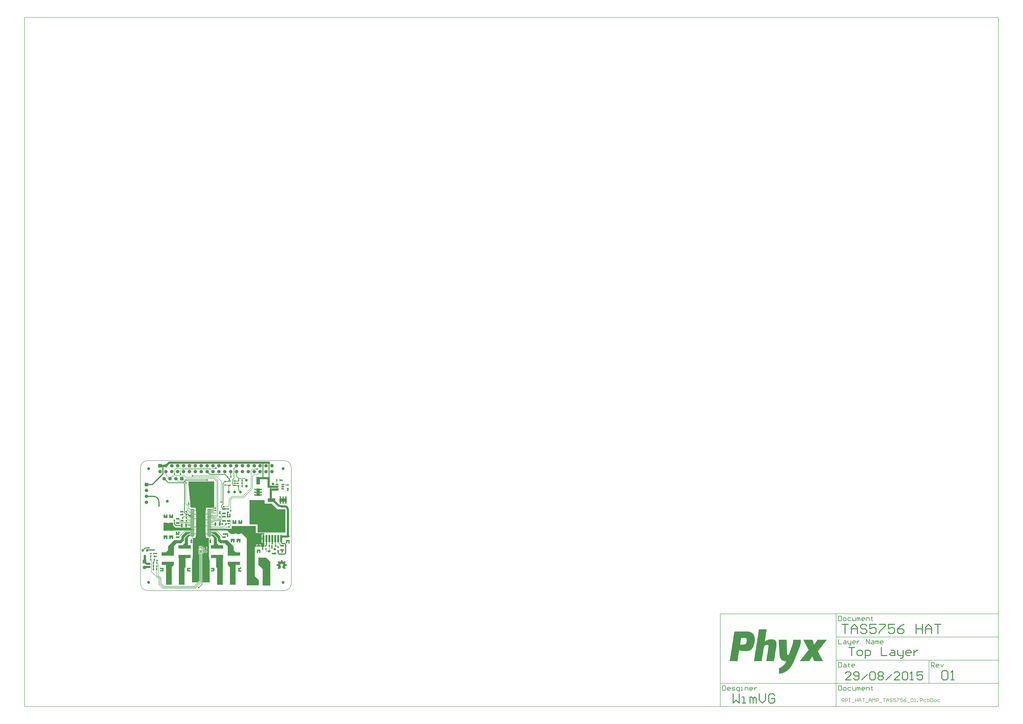
<source format=gtl>
G04 Layer_Physical_Order=1*
G04 Layer_Color=48896*
%FSLAX25Y25*%
%MOIN*%
G70*
G01*
G75*
%ADD10C,0.01969*%
%ADD11C,0.03504*%
%ADD12R,0.03543X0.02362*%
%ADD13R,0.01181X0.01772*%
%ADD14R,0.03347X0.03937*%
%ADD15R,0.03347X0.03937*%
%ADD16R,0.05906X0.02756*%
%ADD17R,0.07087X0.03543*%
%ADD18R,0.02362X0.03543*%
%ADD19R,0.01575X0.01890*%
%ADD20R,0.16142X0.35827*%
%ADD21R,0.06890X0.01181*%
%ADD22R,0.04528X0.02362*%
%ADD23C,0.01575*%
%ADD24R,0.12598X0.06299*%
%ADD25R,0.06299X0.12598*%
%ADD26R,0.03937X0.03347*%
%ADD27R,0.03937X0.03347*%
%ADD28R,0.03504X0.12047*%
%ADD29R,0.21063X0.33622*%
%ADD30R,0.02756X0.05906*%
%ADD31R,0.20984X0.05630*%
%ADD32C,0.00984*%
%ADD33C,0.00787*%
%ADD34C,0.01181*%
%ADD35C,0.01575*%
%ADD36C,0.00591*%
%ADD37C,0.03937*%
%ADD38C,0.02362*%
%ADD39C,0.01000*%
%ADD40C,0.05118*%
%ADD41R,0.05906X0.05906*%
%ADD42C,0.05906*%
%ADD43C,0.04724*%
%ADD44R,0.05906X0.05906*%
%ADD45R,0.07874X0.07874*%
G04:AMPARAMS|DCode=46|XSize=78.74mil|YSize=78.74mil|CornerRadius=19.69mil|HoleSize=0mil|Usage=FLASHONLY|Rotation=0.000|XOffset=0mil|YOffset=0mil|HoleType=Round|Shape=RoundedRectangle|*
%AMROUNDEDRECTD46*
21,1,0.07874,0.03937,0,0,0.0*
21,1,0.03937,0.07874,0,0,0.0*
1,1,0.03937,0.01969,-0.01969*
1,1,0.03937,-0.01969,-0.01969*
1,1,0.03937,-0.01969,0.01969*
1,1,0.03937,0.01969,0.01969*
%
%ADD46ROUNDEDRECTD46*%
%ADD47C,0.02756*%
G36*
X235449Y36872D02*
X235390D01*
Y36930D01*
X235449D01*
Y36872D01*
D02*
G37*
G36*
X240810Y51791D02*
X240868D01*
Y51733D01*
X240927D01*
Y51674D01*
X240868D01*
Y51616D01*
X240927D01*
Y51558D01*
Y51500D01*
Y51441D01*
X240985D01*
Y51383D01*
X240927D01*
Y51325D01*
X240985D01*
Y51267D01*
Y51208D01*
Y51150D01*
X241043D01*
Y51092D01*
X240985D01*
Y51034D01*
X241043D01*
Y50975D01*
X240985D01*
Y50917D01*
X241043D01*
Y50859D01*
Y50800D01*
Y50742D01*
X241102D01*
Y50684D01*
Y50625D01*
Y50567D01*
X241160D01*
Y50509D01*
X241102D01*
Y50451D01*
X241160D01*
Y50392D01*
X241102D01*
Y50334D01*
X241160D01*
Y50276D01*
Y50218D01*
Y50159D01*
X241218D01*
Y50101D01*
Y50043D01*
Y49984D01*
X241276D01*
Y49926D01*
X241218D01*
Y49868D01*
X241276D01*
Y49810D01*
X241218D01*
Y49751D01*
X241276D01*
Y49693D01*
Y49635D01*
Y49577D01*
Y49518D01*
X241335D01*
Y49460D01*
Y49402D01*
X241510D01*
Y49343D01*
X241684D01*
Y49285D01*
X241859D01*
Y49227D01*
X241917D01*
Y49169D01*
X242092D01*
Y49110D01*
X242151D01*
Y49052D01*
X242209D01*
Y49110D01*
X242267D01*
Y49052D01*
X242325D01*
Y48994D01*
X242384D01*
Y49052D01*
X242442D01*
Y48994D01*
X242500D01*
Y48935D01*
X242675D01*
Y48877D01*
X242733D01*
Y48819D01*
X242792D01*
Y48877D01*
X242850D01*
Y48819D01*
X243025D01*
Y48877D01*
X243083D01*
Y48935D01*
X243258D01*
Y48994D01*
X243316D01*
Y49052D01*
X243374D01*
Y49110D01*
X243433D01*
Y49169D01*
X243608D01*
Y49227D01*
X243666D01*
Y49285D01*
X243724D01*
Y49343D01*
X243782D01*
Y49402D01*
X243957D01*
Y49460D01*
X244016D01*
Y49518D01*
X244074D01*
Y49577D01*
X244132D01*
Y49635D01*
X244249D01*
Y49693D01*
X244307D01*
Y49751D01*
X244424D01*
Y49810D01*
X244482D01*
Y49868D01*
X244540D01*
Y49926D01*
X244657D01*
Y49984D01*
X244773D01*
Y50043D01*
X244831D01*
Y50101D01*
X245006D01*
Y50043D01*
X245064D01*
Y49984D01*
X245123D01*
Y49926D01*
X245181D01*
Y49868D01*
X245239D01*
Y49810D01*
X245298D01*
Y49751D01*
X245356D01*
Y49693D01*
X245414D01*
Y49635D01*
X245473D01*
Y49577D01*
X245531D01*
Y49518D01*
X245589D01*
Y49460D01*
X245647D01*
Y49402D01*
X245706D01*
Y49343D01*
X245764D01*
Y49285D01*
X245822D01*
Y49227D01*
X245880D01*
Y49169D01*
X245939D01*
Y49110D01*
X245997D01*
Y49052D01*
X246055D01*
Y48994D01*
X246113D01*
Y48935D01*
X246172D01*
Y48877D01*
X246230D01*
Y48819D01*
X246288D01*
Y48761D01*
X246347D01*
Y48702D01*
X246405D01*
Y48644D01*
X246463D01*
Y48586D01*
X246521D01*
Y48528D01*
X246580D01*
Y48469D01*
Y48411D01*
Y48353D01*
X246521D01*
Y48294D01*
X246463D01*
Y48236D01*
Y48178D01*
X246405D01*
Y48120D01*
Y48061D01*
X246347D01*
Y48003D01*
X246288D01*
Y47945D01*
X246230D01*
Y47886D01*
Y47828D01*
X246172D01*
Y47770D01*
Y47712D01*
X246113D01*
Y47653D01*
X246055D01*
Y47595D01*
X245997D01*
Y47537D01*
X245939D01*
Y47479D01*
X245880D01*
Y47420D01*
X245939D01*
Y47362D01*
X245880D01*
Y47304D01*
X245822D01*
Y47245D01*
X245764D01*
Y47187D01*
X245706D01*
Y47129D01*
Y47071D01*
Y47012D01*
X245647D01*
Y46954D01*
X245589D01*
Y46896D01*
X245531D01*
Y46837D01*
X245473D01*
Y46779D01*
X245414D01*
Y46721D01*
X245473D01*
Y46663D01*
X245356D01*
Y46604D01*
Y46546D01*
X245298D01*
Y46488D01*
X245356D01*
Y46429D01*
X245298D01*
Y46371D01*
X245356D01*
Y46313D01*
X245414D01*
Y46255D01*
Y46196D01*
Y46138D01*
X245473D01*
Y46080D01*
Y46022D01*
X245531D01*
Y45963D01*
Y45905D01*
X245589D01*
Y45847D01*
Y45788D01*
Y45730D01*
X245647D01*
Y45672D01*
Y45614D01*
Y45555D01*
X245706D01*
Y45497D01*
X245764D01*
Y45439D01*
Y45380D01*
Y45322D01*
X245822D01*
Y45264D01*
Y45206D01*
X245880D01*
Y45147D01*
Y45089D01*
X245939D01*
Y45031D01*
Y44973D01*
Y44914D01*
X245997D01*
Y44856D01*
X246055D01*
Y44798D01*
X246230D01*
Y44739D01*
X246638D01*
Y44681D01*
X246813D01*
Y44623D01*
X246871D01*
Y44681D01*
X246929D01*
Y44623D01*
X247221D01*
Y44565D01*
X247279D01*
Y44623D01*
X247337D01*
Y44565D01*
X247396D01*
Y44506D01*
X247454D01*
Y44565D01*
X247512D01*
Y44506D01*
X247804D01*
Y44448D01*
X247862D01*
Y44506D01*
X247920D01*
Y44448D01*
X248095D01*
Y44390D01*
X248153D01*
Y44448D01*
X248212D01*
Y44390D01*
X248270D01*
Y44331D01*
X248328D01*
Y44273D01*
Y44215D01*
Y44157D01*
Y44098D01*
Y44040D01*
Y43982D01*
Y43924D01*
Y43865D01*
Y43807D01*
Y43749D01*
Y43690D01*
Y43632D01*
Y43574D01*
Y43516D01*
Y43457D01*
Y43399D01*
Y43341D01*
Y43282D01*
Y43224D01*
Y43166D01*
Y43108D01*
Y43049D01*
Y42991D01*
Y42933D01*
Y42875D01*
Y42816D01*
Y42758D01*
Y42700D01*
Y42641D01*
Y42583D01*
Y42525D01*
Y42467D01*
Y42408D01*
Y42350D01*
Y42292D01*
Y42233D01*
Y42175D01*
Y42117D01*
Y42059D01*
X248270D01*
Y42000D01*
X248095D01*
Y41942D01*
X247920D01*
Y41884D01*
X247862D01*
Y41942D01*
X247804D01*
Y41884D01*
X247512D01*
Y41826D01*
X247454D01*
Y41884D01*
X247396D01*
Y41826D01*
X247337D01*
Y41767D01*
X247279D01*
Y41826D01*
X247221D01*
Y41767D01*
X246929D01*
Y41709D01*
X246871D01*
Y41767D01*
X246813D01*
Y41709D01*
X246638D01*
Y41651D01*
X246580D01*
Y41709D01*
X246521D01*
Y41651D01*
X246230D01*
Y41592D01*
X246172D01*
Y41651D01*
X246113D01*
Y41592D01*
X246055D01*
Y41534D01*
X245997D01*
Y41476D01*
X246055D01*
Y41418D01*
X245997D01*
Y41359D01*
X245939D01*
Y41301D01*
Y41243D01*
Y41184D01*
X245880D01*
Y41126D01*
Y41068D01*
X245822D01*
Y41010D01*
Y40951D01*
X245764D01*
Y40893D01*
X245822D01*
Y40835D01*
X245764D01*
Y40777D01*
X245706D01*
Y40718D01*
X245647D01*
Y40660D01*
X245706D01*
Y40602D01*
X245647D01*
Y40543D01*
Y40485D01*
Y40427D01*
X245589D01*
Y40369D01*
X245531D01*
Y40310D01*
X245589D01*
Y40252D01*
X245531D01*
Y40194D01*
X245473D01*
Y40135D01*
Y40077D01*
Y40019D01*
X245414D01*
Y39961D01*
Y39902D01*
X245356D01*
Y39844D01*
Y39786D01*
X245414D01*
Y39728D01*
X245473D01*
Y39669D01*
Y39611D01*
Y39553D01*
X245531D01*
Y39494D01*
X245589D01*
Y39436D01*
X245647D01*
Y39378D01*
X245706D01*
Y39320D01*
X245647D01*
Y39261D01*
X245764D01*
Y39203D01*
Y39145D01*
X245822D01*
Y39086D01*
X245880D01*
Y39028D01*
X245939D01*
Y38970D01*
Y38912D01*
X245997D01*
Y38853D01*
Y38795D01*
X246055D01*
Y38737D01*
X246113D01*
Y38679D01*
X246172D01*
Y38620D01*
Y38562D01*
X246230D01*
Y38504D01*
Y38445D01*
X246288D01*
Y38387D01*
X246347D01*
Y38329D01*
X246405D01*
Y38271D01*
Y38212D01*
X246463D01*
Y38154D01*
Y38096D01*
X246521D01*
Y38037D01*
X246580D01*
Y37979D01*
Y37921D01*
Y37863D01*
X246521D01*
Y37804D01*
X246463D01*
Y37746D01*
X246405D01*
Y37688D01*
X246347D01*
Y37630D01*
X246288D01*
Y37571D01*
X246230D01*
Y37513D01*
X246172D01*
Y37455D01*
X246113D01*
Y37396D01*
X246055D01*
Y37338D01*
X245997D01*
Y37280D01*
X245939D01*
Y37222D01*
X245880D01*
Y37163D01*
X245822D01*
Y37105D01*
X245764D01*
Y37047D01*
X245706D01*
Y36988D01*
X245647D01*
Y36930D01*
X245589D01*
Y36872D01*
X245531D01*
Y36814D01*
X245473D01*
Y36755D01*
X245414D01*
Y36697D01*
X245356D01*
Y36639D01*
X245298D01*
Y36581D01*
X245239D01*
Y36522D01*
X245181D01*
Y36464D01*
X245123D01*
Y36406D01*
X245064D01*
Y36347D01*
X245006D01*
Y36289D01*
X244831D01*
Y36347D01*
X244773D01*
Y36406D01*
X244657D01*
Y36464D01*
X244598D01*
Y36522D01*
X244482D01*
Y36581D01*
X244424D01*
Y36639D01*
X244365D01*
Y36697D01*
X244307D01*
Y36755D01*
X244132D01*
Y36814D01*
X244074D01*
Y36872D01*
X244016D01*
Y36930D01*
X243957D01*
Y36988D01*
X243782D01*
Y37047D01*
X243724D01*
Y37105D01*
X243666D01*
Y37163D01*
X243608D01*
Y37222D01*
X243433D01*
Y37280D01*
X243374D01*
Y37338D01*
X243316D01*
Y37396D01*
X243258D01*
Y37455D01*
X243083D01*
Y37513D01*
X243025D01*
Y37455D01*
X242967D01*
Y37396D01*
X242908D01*
Y37338D01*
X242850D01*
Y37396D01*
X242792D01*
Y37338D01*
X242733D01*
Y37280D01*
X242675D01*
Y37222D01*
X242500D01*
Y37163D01*
X242442D01*
Y37105D01*
X242267D01*
Y37047D01*
X242209D01*
Y37105D01*
X242151D01*
Y37163D01*
X242092D01*
Y37222D01*
Y37280D01*
Y37338D01*
X242034D01*
Y37396D01*
Y37455D01*
Y37513D01*
X241976D01*
Y37571D01*
X241917D01*
Y37630D01*
X241976D01*
Y37688D01*
X241917D01*
Y37746D01*
X241859D01*
Y37804D01*
Y37863D01*
Y37921D01*
X241801D01*
Y37979D01*
X241743D01*
Y38037D01*
Y38096D01*
Y38154D01*
X241684D01*
Y38212D01*
Y38271D01*
Y38329D01*
X241626D01*
Y38387D01*
X241568D01*
Y38445D01*
X241626D01*
Y38504D01*
X241568D01*
Y38562D01*
Y38620D01*
X241510D01*
Y38679D01*
Y38737D01*
X241451D01*
Y38795D01*
Y38853D01*
Y38912D01*
X241393D01*
Y38970D01*
X241335D01*
Y39028D01*
X241393D01*
Y39086D01*
X241335D01*
Y39145D01*
X241276D01*
Y39203D01*
X241218D01*
Y39261D01*
X241276D01*
Y39320D01*
X241218D01*
Y39378D01*
Y39436D01*
Y39494D01*
X241160D01*
Y39553D01*
X241102D01*
Y39611D01*
X241160D01*
Y39669D01*
X241102D01*
Y39728D01*
X241043D01*
Y39786D01*
Y39844D01*
Y39902D01*
X240985D01*
Y39961D01*
X240927D01*
Y40019D01*
Y40077D01*
Y40135D01*
X240868D01*
Y40194D01*
Y40252D01*
Y40310D01*
X240810D01*
Y40369D01*
X240752D01*
Y40427D01*
X240810D01*
Y40485D01*
X240752D01*
Y40543D01*
X240694D01*
Y40602D01*
Y40660D01*
Y40718D01*
X240635D01*
Y40777D01*
Y40835D01*
Y40893D01*
Y40951D01*
Y41010D01*
X240810D01*
Y41068D01*
X240868D01*
Y41126D01*
X240927D01*
Y41184D01*
X241043D01*
Y41243D01*
X241160D01*
Y41301D01*
X241218D01*
Y41359D01*
X241276D01*
Y41418D01*
X241335D01*
Y41476D01*
X241393D01*
Y41534D01*
X241451D01*
Y41592D01*
X241510D01*
Y41651D01*
X241568D01*
Y41709D01*
X241626D01*
Y41767D01*
Y41826D01*
X241684D01*
Y41884D01*
Y41942D01*
X241743D01*
Y42000D01*
X241801D01*
Y42059D01*
X241859D01*
Y42117D01*
X241801D01*
Y42175D01*
X241859D01*
Y42233D01*
X241917D01*
Y42292D01*
X241976D01*
Y42350D01*
X241917D01*
Y42408D01*
X241976D01*
Y42467D01*
Y42525D01*
Y42583D01*
X242034D01*
Y42641D01*
Y42700D01*
Y42758D01*
X242092D01*
Y42816D01*
X242034D01*
Y42875D01*
X242092D01*
Y42933D01*
X242034D01*
Y42991D01*
X242092D01*
Y43049D01*
X242034D01*
Y43108D01*
X242092D01*
Y43166D01*
X242034D01*
Y43224D01*
X242092D01*
Y43282D01*
X242034D01*
Y43341D01*
X242092D01*
Y43399D01*
X242034D01*
Y43457D01*
X242092D01*
Y43516D01*
X242034D01*
Y43574D01*
X242092D01*
Y43632D01*
X242034D01*
Y43690D01*
Y43749D01*
Y43807D01*
X241976D01*
Y43865D01*
X241917D01*
Y43924D01*
X241976D01*
Y43982D01*
X241917D01*
Y44040D01*
Y44098D01*
Y44157D01*
X241859D01*
Y44215D01*
X241801D01*
Y44273D01*
X241859D01*
Y44331D01*
X241801D01*
Y44390D01*
X241743D01*
Y44448D01*
X241684D01*
Y44506D01*
Y44565D01*
X241626D01*
Y44623D01*
Y44681D01*
X241568D01*
Y44739D01*
X241510D01*
Y44798D01*
X241451D01*
Y44856D01*
X241393D01*
Y44914D01*
X241335D01*
Y44973D01*
X241276D01*
Y45031D01*
X241218D01*
Y45089D01*
X241160D01*
Y45147D01*
X240985D01*
Y45206D01*
X240927D01*
Y45264D01*
X240752D01*
Y45322D01*
X240810D01*
Y45380D01*
X240752D01*
Y45322D01*
X240694D01*
Y45380D01*
X240635D01*
Y45439D01*
X240577D01*
Y45380D01*
X240519D01*
Y45439D01*
X240460D01*
Y45497D01*
X240286D01*
Y45555D01*
X240227D01*
Y45497D01*
X240169D01*
Y45555D01*
X239994D01*
Y45614D01*
X239936D01*
Y45555D01*
X239878D01*
Y45614D01*
X239820D01*
Y45555D01*
X239761D01*
Y45614D01*
X239703D01*
Y45555D01*
X239645D01*
Y45614D01*
X239586D01*
Y45555D01*
X239528D01*
Y45614D01*
X239470D01*
Y45555D01*
X239411D01*
Y45614D01*
X239353D01*
Y45555D01*
X239178D01*
Y45497D01*
X239004D01*
Y45439D01*
X238945D01*
Y45497D01*
X238887D01*
Y45439D01*
X238829D01*
Y45380D01*
X238654D01*
Y45322D01*
X238537D01*
Y45264D01*
X238421D01*
Y45206D01*
X238363D01*
Y45147D01*
X238188D01*
Y45089D01*
X238246D01*
Y45031D01*
X238071D01*
Y44973D01*
X238013D01*
Y44914D01*
X237955D01*
Y44856D01*
X237896D01*
Y44798D01*
X237838D01*
Y44739D01*
Y44681D01*
X237721D01*
Y44623D01*
X237780D01*
Y44565D01*
X237721D01*
Y44506D01*
X237663D01*
Y44448D01*
X237605D01*
Y44390D01*
Y44331D01*
X237547D01*
Y44273D01*
Y44215D01*
X237488D01*
Y44157D01*
Y44098D01*
X237430D01*
Y44040D01*
Y43982D01*
X237372D01*
Y43924D01*
X237430D01*
Y43865D01*
X237372D01*
Y43807D01*
X237314D01*
Y43749D01*
Y43690D01*
Y43632D01*
Y43574D01*
Y43516D01*
X237255D01*
Y43457D01*
X237314D01*
Y43399D01*
X237255D01*
Y43341D01*
X237314D01*
Y43282D01*
X237255D01*
Y43224D01*
X237314D01*
Y43166D01*
X237255D01*
Y43108D01*
X237314D01*
Y43049D01*
X237255D01*
Y42991D01*
X237314D01*
Y42933D01*
X237255D01*
Y42875D01*
X237314D01*
Y42816D01*
Y42758D01*
Y42700D01*
X237372D01*
Y42641D01*
X237314D01*
Y42583D01*
X237372D01*
Y42525D01*
Y42467D01*
Y42408D01*
X237430D01*
Y42350D01*
Y42292D01*
Y42233D01*
X237488D01*
Y42175D01*
X237547D01*
Y42117D01*
X237488D01*
Y42059D01*
X237547D01*
Y42000D01*
X237605D01*
Y41942D01*
X237663D01*
Y41884D01*
Y41826D01*
X237780D01*
Y41767D01*
Y41709D01*
Y41651D01*
X237838D01*
Y41592D01*
X237896D01*
Y41534D01*
X237955D01*
Y41476D01*
X238013D01*
Y41418D01*
X238071D01*
Y41359D01*
X238129D01*
Y41301D01*
X238188D01*
Y41243D01*
X238363D01*
Y41184D01*
X238421D01*
Y41126D01*
X238479D01*
Y41068D01*
X238537D01*
Y41010D01*
X238712D01*
Y40951D01*
Y40893D01*
Y40835D01*
X238771D01*
Y40777D01*
X238712D01*
Y40718D01*
X238654D01*
Y40660D01*
X238712D01*
Y40602D01*
X238654D01*
Y40543D01*
X238596D01*
Y40485D01*
Y40427D01*
Y40369D01*
X238537D01*
Y40310D01*
X238479D01*
Y40252D01*
Y40194D01*
Y40135D01*
X238421D01*
Y40077D01*
Y40019D01*
Y39961D01*
X238363D01*
Y39902D01*
X238304D01*
Y39844D01*
X238363D01*
Y39786D01*
X238304D01*
Y39728D01*
Y39669D01*
X238246D01*
Y39611D01*
Y39553D01*
X238188D01*
Y39494D01*
Y39436D01*
Y39378D01*
X238129D01*
Y39320D01*
X238071D01*
Y39261D01*
X238129D01*
Y39203D01*
X238071D01*
Y39145D01*
X238013D01*
Y39086D01*
X237955D01*
Y39028D01*
X238013D01*
Y38970D01*
X237955D01*
Y38912D01*
Y38853D01*
Y38795D01*
X237896D01*
Y38737D01*
X237838D01*
Y38679D01*
X237896D01*
Y38620D01*
X237838D01*
Y38562D01*
X237780D01*
Y38504D01*
Y38445D01*
Y38387D01*
X237721D01*
Y38329D01*
X237663D01*
Y38271D01*
Y38212D01*
Y38154D01*
X237605D01*
Y38096D01*
Y38037D01*
Y37979D01*
X237547D01*
Y37921D01*
X237488D01*
Y37863D01*
X237547D01*
Y37804D01*
X237488D01*
Y37746D01*
X237430D01*
Y37688D01*
Y37630D01*
Y37571D01*
X237372D01*
Y37513D01*
Y37455D01*
X237314D01*
Y37396D01*
Y37338D01*
X237255D01*
Y37280D01*
Y37222D01*
Y37163D01*
X237197D01*
Y37105D01*
X237139D01*
Y37047D01*
X237080D01*
Y37105D01*
X236906D01*
Y37163D01*
X236847D01*
Y37222D01*
X236672D01*
Y37280D01*
X236614D01*
Y37338D01*
X236556D01*
Y37396D01*
X236381D01*
Y37455D01*
X236323D01*
Y37513D01*
X236264D01*
Y37455D01*
X236090D01*
Y37396D01*
X236031D01*
Y37338D01*
X235973D01*
Y37280D01*
X235915D01*
Y37222D01*
X235740D01*
Y37163D01*
X235682D01*
Y37105D01*
X235624D01*
Y37047D01*
X235565D01*
Y36988D01*
X235390D01*
Y36930D01*
X235332D01*
Y36872D01*
X235274D01*
Y36814D01*
X235215D01*
Y36755D01*
X235099D01*
Y36697D01*
X235041D01*
Y36639D01*
X234924D01*
Y36581D01*
X234866D01*
Y36522D01*
X234749D01*
Y36464D01*
Y36406D01*
X234574D01*
Y36347D01*
X234516D01*
Y36289D01*
X234341D01*
Y36347D01*
X234283D01*
Y36406D01*
X234225D01*
Y36464D01*
X234167D01*
Y36522D01*
X234108D01*
Y36581D01*
X234050D01*
Y36639D01*
X233992D01*
Y36697D01*
X233933D01*
Y36755D01*
X233875D01*
Y36814D01*
X233817D01*
Y36872D01*
X233758D01*
Y36930D01*
X233700D01*
Y36988D01*
X233642D01*
Y37047D01*
X233584D01*
Y37105D01*
X233525D01*
Y37163D01*
X233467D01*
Y37222D01*
X233409D01*
Y37280D01*
X233351D01*
Y37338D01*
X233292D01*
Y37396D01*
X233234D01*
Y37455D01*
X233176D01*
Y37513D01*
X233118D01*
Y37571D01*
X233059D01*
Y37630D01*
X233001D01*
Y37688D01*
X232943D01*
Y37746D01*
X232884D01*
Y37804D01*
X232826D01*
Y37863D01*
X232768D01*
Y37921D01*
Y37979D01*
Y38037D01*
X232826D01*
Y38096D01*
X232884D01*
Y38154D01*
Y38212D01*
X232943D01*
Y38271D01*
Y38329D01*
X233001D01*
Y38387D01*
X233059D01*
Y38445D01*
X233118D01*
Y38504D01*
Y38562D01*
X233176D01*
Y38620D01*
Y38679D01*
X233234D01*
Y38737D01*
X233292D01*
Y38795D01*
X233351D01*
Y38853D01*
X233409D01*
Y38912D01*
X233467D01*
Y38970D01*
Y39028D01*
Y39086D01*
X233525D01*
Y39145D01*
X233584D01*
Y39203D01*
X233642D01*
Y39261D01*
X233700D01*
Y39320D01*
Y39378D01*
X233758D01*
Y39436D01*
Y39494D01*
X233817D01*
Y39553D01*
X233875D01*
Y39611D01*
X233933D01*
Y39669D01*
Y39728D01*
X233992D01*
Y39786D01*
Y39844D01*
Y39902D01*
Y39961D01*
X233933D01*
Y40019D01*
X233875D01*
Y40077D01*
X233933D01*
Y40135D01*
X233875D01*
Y40194D01*
X233817D01*
Y40252D01*
Y40310D01*
Y40369D01*
X233758D01*
Y40427D01*
Y40485D01*
Y40543D01*
X233700D01*
Y40602D01*
X233642D01*
Y40660D01*
X233700D01*
Y40718D01*
X233642D01*
Y40777D01*
X233584D01*
Y40835D01*
Y40893D01*
Y40951D01*
X233525D01*
Y41010D01*
Y41068D01*
Y41126D01*
X233467D01*
Y41184D01*
X233409D01*
Y41243D01*
X233467D01*
Y41301D01*
X233409D01*
Y41359D01*
X233351D01*
Y41418D01*
Y41476D01*
Y41534D01*
X233292D01*
Y41592D01*
X233234D01*
Y41651D01*
X233176D01*
Y41592D01*
X233118D01*
Y41651D01*
X232826D01*
Y41709D01*
X232768D01*
Y41651D01*
X232710D01*
Y41709D01*
X232535D01*
Y41767D01*
X232476D01*
Y41709D01*
X232418D01*
Y41767D01*
X232127D01*
Y41826D01*
X231952D01*
Y41884D01*
X231894D01*
Y41826D01*
X231835D01*
Y41884D01*
X231544D01*
Y41942D01*
X231369D01*
Y42000D01*
X231311D01*
Y41942D01*
X231253D01*
Y42000D01*
X231078D01*
Y42059D01*
Y42117D01*
Y42175D01*
X231019D01*
Y42233D01*
X231078D01*
Y42292D01*
X231019D01*
Y42350D01*
X231078D01*
Y42408D01*
X231019D01*
Y42467D01*
X231078D01*
Y42525D01*
X231019D01*
Y42583D01*
X231078D01*
Y42641D01*
X231019D01*
Y42700D01*
X231078D01*
Y42758D01*
X231019D01*
Y42816D01*
X231078D01*
Y42875D01*
X231019D01*
Y42933D01*
X231078D01*
Y42991D01*
X231019D01*
Y43049D01*
X231078D01*
Y43108D01*
X231019D01*
Y43166D01*
X231078D01*
Y43224D01*
X231019D01*
Y43282D01*
X231078D01*
Y43341D01*
X231019D01*
Y43399D01*
X231078D01*
Y43457D01*
X231019D01*
Y43516D01*
X231078D01*
Y43574D01*
X231019D01*
Y43632D01*
X231078D01*
Y43690D01*
X231019D01*
Y43749D01*
X231078D01*
Y43807D01*
X231019D01*
Y43865D01*
X231078D01*
Y43924D01*
X231019D01*
Y43982D01*
X231078D01*
Y44040D01*
X231019D01*
Y44098D01*
X231078D01*
Y44157D01*
X231019D01*
Y44215D01*
X231078D01*
Y44273D01*
X231019D01*
Y44331D01*
X231078D01*
Y44390D01*
X231136D01*
Y44448D01*
X231194D01*
Y44390D01*
X231253D01*
Y44448D01*
X231427D01*
Y44506D01*
X231486D01*
Y44448D01*
X231544D01*
Y44506D01*
X231835D01*
Y44565D01*
X231894D01*
Y44506D01*
X231952D01*
Y44565D01*
X232010D01*
Y44623D01*
X232068D01*
Y44565D01*
X232127D01*
Y44623D01*
X232418D01*
Y44681D01*
X232476D01*
Y44623D01*
X232535D01*
Y44681D01*
X232710D01*
Y44739D01*
X232768D01*
Y44681D01*
X232826D01*
Y44739D01*
X233118D01*
Y44798D01*
X233176D01*
Y44739D01*
X233234D01*
Y44798D01*
X233292D01*
Y44856D01*
X233351D01*
Y44914D01*
X233409D01*
Y44973D01*
X233467D01*
Y45031D01*
X233409D01*
Y45089D01*
X233467D01*
Y45147D01*
X233525D01*
Y45206D01*
Y45264D01*
Y45322D01*
X233584D01*
Y45380D01*
X233642D01*
Y45439D01*
Y45497D01*
Y45555D01*
X233700D01*
Y45614D01*
Y45672D01*
Y45730D01*
X233758D01*
Y45788D01*
X233817D01*
Y45847D01*
X233758D01*
Y45905D01*
X233817D01*
Y45963D01*
X233875D01*
Y46022D01*
Y46080D01*
Y46138D01*
X233933D01*
Y46196D01*
Y46255D01*
X233992D01*
Y46313D01*
Y46371D01*
X234050D01*
Y46429D01*
X233992D01*
Y46488D01*
X234050D01*
Y46546D01*
X233992D01*
Y46604D01*
Y46663D01*
X233933D01*
Y46721D01*
Y46779D01*
X233875D01*
Y46837D01*
X233817D01*
Y46896D01*
X233758D01*
Y46954D01*
Y47012D01*
X233700D01*
Y47071D01*
Y47129D01*
X233642D01*
Y47187D01*
X233584D01*
Y47245D01*
X233525D01*
Y47304D01*
Y47362D01*
X233467D01*
Y47420D01*
Y47479D01*
X233409D01*
Y47537D01*
X233351D01*
Y47595D01*
X233292D01*
Y47653D01*
X233234D01*
Y47712D01*
X233176D01*
Y47770D01*
X233234D01*
Y47828D01*
X233176D01*
Y47886D01*
X233118D01*
Y47945D01*
X233059D01*
Y48003D01*
X233001D01*
Y48061D01*
X232943D01*
Y48120D01*
Y48178D01*
Y48236D01*
X232884D01*
Y48294D01*
X232826D01*
Y48353D01*
X232768D01*
Y48411D01*
Y48469D01*
Y48528D01*
X232826D01*
Y48586D01*
X232884D01*
Y48644D01*
X232943D01*
Y48702D01*
X233001D01*
Y48761D01*
X233059D01*
Y48819D01*
X233118D01*
Y48877D01*
X233176D01*
Y48935D01*
X233234D01*
Y48994D01*
X233292D01*
Y49052D01*
X233351D01*
Y49110D01*
X233409D01*
Y49169D01*
X233467D01*
Y49227D01*
X233525D01*
Y49285D01*
X233584D01*
Y49343D01*
X233642D01*
Y49402D01*
X233700D01*
Y49460D01*
X233758D01*
Y49518D01*
X233817D01*
Y49577D01*
X233875D01*
Y49635D01*
X233933D01*
Y49693D01*
X233992D01*
Y49751D01*
X234050D01*
Y49810D01*
X234108D01*
Y49868D01*
X234167D01*
Y49926D01*
X234225D01*
Y49984D01*
X234283D01*
Y50043D01*
X234341D01*
Y50101D01*
X234516D01*
Y50043D01*
X234574D01*
Y49984D01*
X234749D01*
Y49926D01*
X234807D01*
Y49868D01*
X234866D01*
Y49810D01*
X234924D01*
Y49751D01*
X235041D01*
Y49693D01*
X235099D01*
Y49635D01*
X235215D01*
Y49577D01*
X235274D01*
Y49518D01*
X235449D01*
Y49460D01*
X235507D01*
Y49402D01*
X235565D01*
Y49343D01*
X235624D01*
Y49285D01*
X235740D01*
Y49227D01*
Y49169D01*
X235915D01*
Y49110D01*
X235973D01*
Y49052D01*
X236031D01*
Y48994D01*
X236090D01*
Y48935D01*
X236264D01*
Y48877D01*
X236323D01*
Y48819D01*
X236614D01*
Y48877D01*
X236672D01*
Y48935D01*
X236847D01*
Y48994D01*
X237022D01*
Y49052D01*
X237197D01*
Y49110D01*
X237255D01*
Y49169D01*
X237430D01*
Y49227D01*
X237488D01*
Y49285D01*
X237663D01*
Y49343D01*
X237721D01*
Y49285D01*
X237780D01*
Y49343D01*
X237838D01*
Y49402D01*
X238013D01*
Y49460D01*
Y49518D01*
X238071D01*
Y49577D01*
Y49635D01*
X238129D01*
Y49693D01*
X238071D01*
Y49751D01*
X238129D01*
Y49810D01*
X238071D01*
Y49868D01*
X238129D01*
Y49926D01*
Y49984D01*
Y50043D01*
X238188D01*
Y50101D01*
Y50159D01*
Y50218D01*
X238246D01*
Y50276D01*
X238188D01*
Y50334D01*
X238246D01*
Y50392D01*
X238188D01*
Y50451D01*
X238246D01*
Y50509D01*
Y50567D01*
Y50625D01*
Y50684D01*
X238304D01*
Y50742D01*
Y50800D01*
Y50859D01*
Y50917D01*
X238363D01*
Y50975D01*
X238304D01*
Y51034D01*
X238363D01*
Y51092D01*
Y51150D01*
Y51208D01*
Y51267D01*
Y51325D01*
X238421D01*
Y51383D01*
Y51441D01*
Y51500D01*
X238479D01*
Y51558D01*
X238421D01*
Y51616D01*
X238479D01*
Y51674D01*
X238421D01*
Y51733D01*
X238479D01*
Y51791D01*
X238537D01*
Y51849D01*
X240810D01*
Y51791D01*
D02*
G37*
G36*
X139764Y9843D02*
X129921D01*
Y38189D01*
X128347Y39764D01*
Y60630D01*
X139764D01*
Y9843D01*
D02*
G37*
G36*
X195866Y97441D02*
X210236D01*
Y95547D01*
X209883Y95193D01*
X209122D01*
Y88169D01*
Y81146D01*
X210236D01*
Y74369D01*
X209883Y74016D01*
X204346D01*
Y75287D01*
X196441D01*
Y74369D01*
X196087Y74016D01*
X193898D01*
X193898Y24606D01*
X200787Y17717D01*
X200787Y8858D01*
X189787D01*
Y8858D01*
X180315D01*
X180315Y17520D01*
X180315Y17520D01*
X180315Y53362D01*
X180315D01*
X180315Y88386D01*
X171850Y96850D01*
X151969D01*
X147047Y101772D01*
X113189Y101772D01*
Y102953D01*
X117717D01*
Y103740D01*
X113189D01*
Y104921D01*
X154724D01*
Y106740D01*
X154724D01*
Y107274D01*
Y109252D01*
X154724D01*
Y109449D01*
X195866D01*
Y97441D01*
D02*
G37*
G36*
X135335Y92028D02*
Y87992D01*
X137795Y85532D01*
X147638Y85532D01*
X158071Y75098D01*
Y68405D01*
X161516Y64961D01*
X168996D01*
Y59252D01*
X148031D01*
Y75295D01*
X143209Y80118D01*
X135728Y80118D01*
X131004Y84843D01*
X131004Y89272D01*
X124213Y96063D01*
X122146Y96063D01*
X120374Y97835D01*
X113189D01*
Y99016D01*
X128346Y99016D01*
X135335Y92028D01*
D02*
G37*
G36*
X125197Y140868D02*
X125000D01*
X124578Y140784D01*
X124230Y140551D01*
X111417D01*
X110236Y133071D01*
Y97638D01*
Y97244D01*
X111221Y90551D01*
X112205Y89567D01*
X115157D01*
X115841Y88883D01*
X115924Y88759D01*
X116142Y88541D01*
Y56102D01*
X117323Y50394D01*
Y13780D01*
X105435D01*
Y61201D01*
X107080Y62846D01*
X107319Y63204D01*
X107403Y63626D01*
Y64644D01*
X108268D01*
Y64173D01*
X112992D01*
Y67716D01*
X108268D01*
Y66852D01*
X107403D01*
Y69561D01*
X107858Y69669D01*
X107903Y69669D01*
X110130D01*
Y71350D01*
X107858D01*
Y70747D01*
X107358Y70698D01*
X107319Y70895D01*
X107080Y71253D01*
X106292Y72040D01*
X105934Y72280D01*
X105921Y72282D01*
Y73417D01*
X104331D01*
Y73917D01*
X103831D01*
Y75803D01*
X102740D01*
Y75394D01*
X99213D01*
Y72441D01*
X99281D01*
X99404Y71941D01*
X98180Y70717D01*
X97984Y70424D01*
X97916Y70079D01*
Y63386D01*
X97984Y63040D01*
X98180Y62747D01*
X99687Y61240D01*
Y17106D01*
X96360Y13780D01*
X87402D01*
Y50394D01*
X88583Y56102D01*
Y88542D01*
X88800Y88759D01*
X88883Y88883D01*
X89567Y89567D01*
X92520Y89567D01*
X93504Y90551D01*
X94488Y97244D01*
Y97638D01*
Y133071D01*
X93307Y140551D01*
X85039D01*
X81496Y179921D01*
Y185039D01*
X125197D01*
Y140868D01*
D02*
G37*
G36*
X123622Y95079D02*
X129724Y88976D01*
X129724Y80118D01*
X133169Y76673D01*
X140354D01*
Y71063D01*
X119390D01*
Y76772D01*
X123228D01*
X124409Y77953D01*
X124409Y89961D01*
X120472Y93898D01*
X113189D01*
Y95079D01*
X123622Y95079D01*
D02*
G37*
G36*
X91535Y93898D02*
X84252D01*
X80315Y89961D01*
X80315Y77953D01*
X81496Y76772D01*
X85335D01*
Y71063D01*
X64370D01*
Y76673D01*
X71555D01*
X75000Y80118D01*
X75000Y88976D01*
X81102Y95079D01*
X91535Y95079D01*
Y93898D01*
D02*
G37*
G36*
X210630Y147638D02*
X222441D01*
X232283Y137795D01*
X246063D01*
Y98425D01*
X198819D01*
Y112205D01*
X185039D01*
Y153543D01*
X210630D01*
Y147638D01*
D02*
G37*
G36*
X213386Y55905D02*
X220473Y48819D01*
X220472Y8661D01*
X207283D01*
X207283Y36417D01*
X200000Y43701D01*
X200000Y55905D01*
X213386Y55905D01*
D02*
G37*
G36*
X81201Y129921D02*
X82579Y128543D01*
X91535D01*
Y127362D01*
X85827D01*
Y126575D01*
X91535D01*
Y125394D01*
X82874D01*
X79921Y128347D01*
X76772D01*
Y129921D01*
X81201Y129921D01*
D02*
G37*
G36*
X55512Y110433D02*
X59055Y106890D01*
X91535D01*
Y105709D01*
X86024D01*
Y104921D01*
X91535D01*
Y103740D01*
X86024D01*
Y102953D01*
X91535D01*
Y101772D01*
X38976Y101772D01*
X38976Y114173D01*
X55512Y114173D01*
Y110433D01*
D02*
G37*
G36*
X161417Y48819D02*
Y9843D01*
X151575Y9843D01*
Y39764D01*
X148425Y42913D01*
Y48819D01*
X161417Y48819D01*
D02*
G37*
G36*
X76378Y39764D02*
X74803Y38189D01*
Y9843D01*
X64961D01*
Y60630D01*
X76378D01*
Y39764D01*
D02*
G37*
G36*
X91535Y99016D02*
Y97835D01*
X84350D01*
X82579Y96063D01*
X80512Y96063D01*
X73721Y89272D01*
X73721Y84843D01*
X68996Y80118D01*
X61516Y80118D01*
X56693Y75295D01*
Y59252D01*
X35728D01*
Y64961D01*
X43209D01*
X46654Y68405D01*
Y75098D01*
X57087Y85532D01*
X66929Y85532D01*
X69390Y87992D01*
Y92028D01*
X76378Y99016D01*
X91535Y99016D01*
D02*
G37*
G36*
X56299Y42913D02*
X53150Y39764D01*
Y9843D01*
X43307Y9843D01*
Y48819D01*
X56299Y48819D01*
Y42913D01*
D02*
G37*
%LPC*%
G36*
X204346Y78165D02*
X200894D01*
Y76287D01*
X204346D01*
Y78165D01*
D02*
G37*
G36*
X199894D02*
X196441D01*
Y76287D01*
X199894D01*
Y78165D01*
D02*
G37*
G36*
X208122Y95193D02*
X205870D01*
Y88669D01*
X208122D01*
Y95193D01*
D02*
G37*
G36*
Y87669D02*
X205870D01*
Y81146D01*
X208122D01*
Y87669D01*
D02*
G37*
G36*
X110130Y74032D02*
X107858D01*
Y72350D01*
X110130D01*
Y74032D01*
D02*
G37*
G36*
X113402Y71350D02*
X111130D01*
Y69669D01*
X113402D01*
Y71350D01*
D02*
G37*
G36*
X105921Y75803D02*
X104831D01*
Y74417D01*
X105921D01*
Y75803D01*
D02*
G37*
G36*
X113402Y74032D02*
X111130D01*
Y72350D01*
X113402D01*
Y74032D01*
D02*
G37*
%LPD*%
G36*
X1121080Y-83717D02*
Y-84003D01*
Y-84290D01*
Y-84576D01*
Y-84862D01*
Y-85149D01*
Y-85435D01*
Y-85721D01*
Y-86007D01*
Y-86294D01*
Y-86580D01*
Y-86866D01*
Y-87153D01*
Y-87439D01*
Y-87725D01*
Y-88012D01*
Y-88298D01*
Y-88584D01*
Y-88871D01*
Y-89157D01*
Y-89443D01*
X1120793D01*
Y-89730D01*
Y-90016D01*
Y-90302D01*
Y-90588D01*
Y-90875D01*
X1120507D01*
Y-91161D01*
Y-91448D01*
Y-91734D01*
Y-92020D01*
X1120221D01*
Y-92306D01*
Y-92593D01*
Y-92879D01*
Y-93165D01*
X1119934D01*
Y-93452D01*
Y-93738D01*
Y-94024D01*
X1119648D01*
Y-94311D01*
Y-94597D01*
Y-94883D01*
X1119362D01*
Y-95170D01*
Y-95456D01*
Y-95742D01*
X1119075D01*
Y-96029D01*
Y-96315D01*
Y-96601D01*
X1118789D01*
Y-96887D01*
Y-97174D01*
X1118503D01*
Y-97460D01*
Y-97746D01*
X1118217D01*
Y-98033D01*
Y-98319D01*
Y-98605D01*
X1117930D01*
Y-98892D01*
Y-99178D01*
X1117644D01*
Y-99464D01*
Y-99751D01*
Y-100037D01*
X1117358D01*
Y-100323D01*
Y-100610D01*
X1117071D01*
Y-100896D01*
Y-101182D01*
Y-101468D01*
X1116785D01*
Y-101755D01*
Y-102041D01*
X1116499D01*
Y-102327D01*
Y-102614D01*
Y-102900D01*
X1116212D01*
Y-103186D01*
Y-103473D01*
X1115926D01*
Y-103759D01*
Y-104045D01*
Y-104332D01*
X1115640D01*
Y-104618D01*
Y-104904D01*
X1115353D01*
Y-105191D01*
Y-105477D01*
Y-105763D01*
X1115067D01*
Y-106049D01*
Y-106336D01*
X1114781D01*
Y-106622D01*
Y-106908D01*
Y-107195D01*
X1114494D01*
Y-107481D01*
Y-107767D01*
X1114208D01*
Y-108054D01*
Y-108340D01*
Y-108626D01*
X1113922D01*
Y-108913D01*
Y-109199D01*
X1113636D01*
Y-109485D01*
Y-109772D01*
Y-110058D01*
X1113349D01*
Y-110344D01*
Y-110630D01*
X1113063D01*
Y-110917D01*
Y-111203D01*
Y-111489D01*
X1112776D01*
Y-111776D01*
Y-112062D01*
X1112490D01*
Y-112348D01*
Y-112635D01*
Y-112921D01*
X1112204D01*
Y-113207D01*
Y-113494D01*
X1111918D01*
Y-113780D01*
Y-114066D01*
Y-114353D01*
X1111631D01*
Y-114639D01*
Y-114925D01*
X1111345D01*
Y-115211D01*
Y-115498D01*
Y-115784D01*
X1111059D01*
Y-116070D01*
Y-116357D01*
X1110772D01*
Y-116643D01*
Y-116929D01*
Y-117216D01*
X1110486D01*
Y-117502D01*
Y-117788D01*
X1110200D01*
Y-118075D01*
Y-118361D01*
Y-118647D01*
X1109913D01*
Y-118933D01*
Y-119220D01*
X1109627D01*
Y-119506D01*
Y-119792D01*
Y-120079D01*
X1109341D01*
Y-120365D01*
Y-120651D01*
X1109054D01*
Y-120938D01*
Y-121224D01*
X1108768D01*
Y-121510D01*
Y-121797D01*
X1108482D01*
Y-122083D01*
Y-122369D01*
Y-122656D01*
X1108195D01*
Y-122942D01*
X1107909D01*
Y-123228D01*
Y-123514D01*
Y-123801D01*
X1107623D01*
Y-124087D01*
X1107337D01*
Y-124373D01*
Y-124660D01*
X1107050D01*
Y-124946D01*
Y-125232D01*
X1106764D01*
Y-125519D01*
Y-125805D01*
X1106478D01*
Y-126091D01*
Y-126378D01*
X1106191D01*
Y-126664D01*
X1105905D01*
Y-126950D01*
Y-127237D01*
X1105619D01*
Y-127523D01*
Y-127809D01*
X1105332D01*
Y-128095D01*
X1105046D01*
Y-128382D01*
X1104760D01*
Y-128668D01*
Y-128954D01*
X1104473D01*
Y-129241D01*
X1104187D01*
Y-129527D01*
Y-129813D01*
X1103901D01*
Y-130100D01*
X1103615D01*
Y-130386D01*
X1103328D01*
Y-130672D01*
Y-130959D01*
X1103042D01*
Y-131245D01*
X1102756D01*
Y-131531D01*
X1102469D01*
Y-131818D01*
X1102183D01*
Y-132104D01*
X1101897D01*
Y-132390D01*
Y-132676D01*
X1101610D01*
Y-132963D01*
X1101324D01*
Y-133249D01*
X1101038D01*
Y-133535D01*
X1100751D01*
Y-133822D01*
X1100465D01*
Y-134108D01*
X1100179D01*
Y-134394D01*
X1099892D01*
Y-134681D01*
X1099320D01*
Y-134967D01*
X1099034D01*
Y-135253D01*
X1098747D01*
Y-135540D01*
X1098461D01*
Y-135826D01*
X1098175D01*
Y-136112D01*
X1097602D01*
Y-136399D01*
X1097316D01*
Y-136685D01*
X1096743D01*
Y-136971D01*
X1096457D01*
Y-137258D01*
X1095884D01*
Y-137544D01*
X1095598D01*
Y-137830D01*
X1095025D01*
Y-138117D01*
X1094452D01*
Y-138403D01*
X1093880D01*
Y-138689D01*
X1093307D01*
Y-138975D01*
X1092735D01*
Y-139262D01*
X1091876D01*
Y-139548D01*
X1091303D01*
Y-139834D01*
X1090444D01*
Y-140121D01*
X1089299D01*
Y-140407D01*
X1088154D01*
Y-140693D01*
X1086436D01*
Y-140980D01*
X1084432D01*
Y-141266D01*
X1084145D01*
Y-140980D01*
Y-140693D01*
Y-140407D01*
Y-140121D01*
Y-139834D01*
Y-139548D01*
Y-139262D01*
Y-138975D01*
Y-138689D01*
Y-138403D01*
Y-138117D01*
Y-137830D01*
Y-137544D01*
Y-137258D01*
Y-136971D01*
Y-136685D01*
Y-136399D01*
Y-136112D01*
Y-135826D01*
Y-135540D01*
Y-135253D01*
Y-134967D01*
Y-134681D01*
Y-134394D01*
Y-134108D01*
Y-133822D01*
Y-133535D01*
Y-133249D01*
Y-132963D01*
Y-132676D01*
Y-132390D01*
Y-132104D01*
Y-131818D01*
X1084718D01*
Y-131531D01*
X1085291D01*
Y-131245D01*
X1085863D01*
Y-130959D01*
X1086436D01*
Y-130672D01*
X1087008D01*
Y-130386D01*
X1087581D01*
Y-130100D01*
X1087867D01*
Y-129813D01*
X1088440D01*
Y-129527D01*
X1088726D01*
Y-129241D01*
X1089299D01*
Y-128954D01*
X1089585D01*
Y-128668D01*
X1089872D01*
Y-128382D01*
X1090444D01*
Y-128095D01*
X1090730D01*
Y-127809D01*
X1091017D01*
Y-127523D01*
X1091303D01*
Y-127237D01*
X1091589D01*
Y-126950D01*
X1091876D01*
Y-126664D01*
X1092162D01*
Y-126378D01*
X1092448D01*
Y-126091D01*
X1092735D01*
Y-125805D01*
X1093021D01*
Y-125519D01*
X1093307D01*
Y-125232D01*
X1093594D01*
Y-124946D01*
Y-124660D01*
X1093880D01*
Y-124373D01*
X1094166D01*
Y-124087D01*
X1094452D01*
Y-123801D01*
Y-123514D01*
X1094739D01*
Y-123228D01*
X1095025D01*
Y-122942D01*
Y-122656D01*
X1095311D01*
Y-122369D01*
Y-122083D01*
X1095598D01*
Y-121797D01*
X1095884D01*
Y-121510D01*
Y-121224D01*
X1096170D01*
Y-120938D01*
Y-120651D01*
X1096457D01*
Y-120365D01*
Y-120079D01*
X1094739D01*
Y-119792D01*
X1092735D01*
Y-119506D01*
X1091589D01*
Y-119220D01*
X1091017D01*
Y-118933D01*
X1090158D01*
Y-118647D01*
X1089585D01*
Y-118361D01*
X1089299D01*
Y-118075D01*
X1088726D01*
Y-117788D01*
X1088440D01*
Y-117502D01*
X1088154D01*
Y-117216D01*
X1087867D01*
Y-116929D01*
X1087581D01*
Y-116643D01*
X1087295D01*
Y-116357D01*
Y-116070D01*
X1087008D01*
Y-115784D01*
X1086722D01*
Y-115498D01*
Y-115211D01*
X1086436D01*
Y-114925D01*
Y-114639D01*
X1086149D01*
Y-114353D01*
Y-114066D01*
X1085863D01*
Y-113780D01*
Y-113494D01*
Y-113207D01*
X1085577D01*
Y-112921D01*
Y-112635D01*
Y-112348D01*
Y-112062D01*
X1085291D01*
Y-111776D01*
Y-111489D01*
Y-111203D01*
Y-110917D01*
Y-110630D01*
Y-110344D01*
Y-110058D01*
X1085004D01*
Y-109772D01*
Y-109485D01*
Y-109199D01*
Y-108913D01*
Y-108626D01*
Y-108340D01*
Y-108054D01*
Y-107767D01*
Y-107481D01*
Y-107195D01*
Y-106908D01*
Y-106622D01*
Y-106336D01*
Y-106049D01*
Y-105763D01*
X1084718D01*
Y-105477D01*
Y-105191D01*
Y-104904D01*
Y-104618D01*
Y-104332D01*
Y-104045D01*
Y-103759D01*
Y-103473D01*
Y-103186D01*
Y-102900D01*
Y-102614D01*
Y-102327D01*
Y-102041D01*
Y-101755D01*
Y-101468D01*
X1084432D01*
Y-101182D01*
Y-100896D01*
Y-100610D01*
Y-100323D01*
Y-100037D01*
Y-99751D01*
Y-99464D01*
Y-99178D01*
Y-98892D01*
Y-98605D01*
Y-98319D01*
Y-98033D01*
Y-97746D01*
Y-97460D01*
Y-97174D01*
Y-96887D01*
X1084145D01*
Y-96601D01*
Y-96315D01*
Y-96029D01*
Y-95742D01*
Y-95456D01*
Y-95170D01*
Y-94883D01*
Y-94597D01*
Y-94311D01*
Y-94024D01*
Y-93738D01*
Y-93452D01*
Y-93165D01*
Y-92879D01*
Y-92593D01*
Y-92306D01*
X1083859D01*
Y-92020D01*
Y-91734D01*
Y-91448D01*
Y-91161D01*
Y-90875D01*
Y-90588D01*
Y-90302D01*
Y-90016D01*
Y-89730D01*
Y-89443D01*
Y-89157D01*
Y-88871D01*
Y-88584D01*
Y-88298D01*
X1083573D01*
Y-88012D01*
Y-87725D01*
Y-87439D01*
Y-87153D01*
Y-86866D01*
Y-86580D01*
Y-86294D01*
Y-86007D01*
Y-85721D01*
Y-85435D01*
Y-85149D01*
Y-84862D01*
Y-84576D01*
Y-84290D01*
Y-84003D01*
Y-83717D01*
X1083286D01*
Y-83431D01*
X1097029D01*
Y-83717D01*
Y-84003D01*
Y-84290D01*
Y-84576D01*
Y-84862D01*
Y-85149D01*
Y-85435D01*
Y-85721D01*
Y-86007D01*
Y-86294D01*
Y-86580D01*
Y-86866D01*
Y-87153D01*
Y-87439D01*
X1097316D01*
Y-87725D01*
Y-88012D01*
Y-88298D01*
Y-88584D01*
Y-88871D01*
Y-89157D01*
Y-89443D01*
Y-89730D01*
Y-90016D01*
Y-90302D01*
Y-90588D01*
Y-90875D01*
Y-91161D01*
Y-91448D01*
Y-91734D01*
Y-92020D01*
Y-92306D01*
Y-92593D01*
Y-92879D01*
Y-93165D01*
Y-93452D01*
Y-93738D01*
Y-94024D01*
Y-94311D01*
Y-94597D01*
Y-94883D01*
Y-95170D01*
Y-95456D01*
Y-95742D01*
Y-96029D01*
Y-96315D01*
Y-96601D01*
Y-96887D01*
Y-97174D01*
Y-97460D01*
Y-97746D01*
Y-98033D01*
Y-98319D01*
Y-98605D01*
Y-98892D01*
Y-99178D01*
X1097602D01*
Y-99464D01*
X1097316D01*
Y-99751D01*
Y-100037D01*
X1097602D01*
Y-100323D01*
Y-100610D01*
Y-100896D01*
Y-101182D01*
Y-101468D01*
Y-101755D01*
Y-102041D01*
Y-102327D01*
Y-102614D01*
Y-102900D01*
Y-103186D01*
Y-103473D01*
Y-103759D01*
Y-104045D01*
Y-104332D01*
Y-104618D01*
Y-104904D01*
Y-105191D01*
Y-105477D01*
Y-105763D01*
Y-106049D01*
Y-106336D01*
Y-106622D01*
Y-106908D01*
Y-107195D01*
Y-107481D01*
X1097888D01*
Y-107767D01*
Y-108054D01*
Y-108340D01*
X1098175D01*
Y-108626D01*
X1098461D01*
Y-108913D01*
X1098747D01*
Y-109199D01*
X1099606D01*
Y-109485D01*
X1100465D01*
Y-109199D01*
X1100751D01*
Y-108913D01*
Y-108626D01*
Y-108340D01*
X1101038D01*
Y-108054D01*
Y-107767D01*
X1101324D01*
Y-107481D01*
Y-107195D01*
Y-106908D01*
X1101610D01*
Y-106622D01*
Y-106336D01*
Y-106049D01*
X1101897D01*
Y-105763D01*
Y-105477D01*
Y-105191D01*
X1102183D01*
Y-104904D01*
Y-104618D01*
Y-104332D01*
X1102469D01*
Y-104045D01*
Y-103759D01*
X1102756D01*
Y-103473D01*
Y-103186D01*
Y-102900D01*
X1103042D01*
Y-102614D01*
Y-102327D01*
Y-102041D01*
X1103328D01*
Y-101755D01*
Y-101468D01*
Y-101182D01*
X1103615D01*
Y-100896D01*
Y-100610D01*
X1103901D01*
Y-100323D01*
Y-100037D01*
Y-99751D01*
X1104187D01*
Y-99464D01*
Y-99178D01*
Y-98892D01*
X1104473D01*
Y-98605D01*
Y-98319D01*
Y-98033D01*
X1104760D01*
Y-97746D01*
Y-97460D01*
X1105046D01*
Y-97174D01*
Y-96887D01*
Y-96601D01*
X1105332D01*
Y-96315D01*
Y-96029D01*
Y-95742D01*
X1105619D01*
Y-95456D01*
Y-95170D01*
Y-94883D01*
X1105905D01*
Y-94597D01*
Y-94311D01*
X1106191D01*
Y-94024D01*
Y-93738D01*
Y-93452D01*
X1106478D01*
Y-93165D01*
Y-92879D01*
Y-92593D01*
X1106764D01*
Y-92306D01*
Y-92020D01*
Y-91734D01*
X1107050D01*
Y-91448D01*
Y-91161D01*
Y-90875D01*
Y-90588D01*
X1107337D01*
Y-90302D01*
Y-90016D01*
Y-89730D01*
Y-89443D01*
X1107623D01*
Y-89157D01*
Y-88871D01*
Y-88584D01*
Y-88298D01*
Y-88012D01*
X1107909D01*
Y-87725D01*
Y-87439D01*
Y-87153D01*
Y-86866D01*
Y-86580D01*
Y-86294D01*
X1108195D01*
Y-86007D01*
Y-85721D01*
Y-85435D01*
Y-85149D01*
Y-84862D01*
Y-84576D01*
Y-84290D01*
Y-84003D01*
Y-83717D01*
Y-83431D01*
X1121080D01*
Y-83717D01*
D02*
G37*
G36*
X1063244Y-66252D02*
Y-66538D01*
X1062958D01*
Y-66825D01*
Y-67111D01*
Y-67397D01*
Y-67684D01*
Y-67970D01*
Y-68256D01*
X1062672D01*
Y-68542D01*
Y-68829D01*
Y-69115D01*
Y-69401D01*
Y-69688D01*
Y-69974D01*
X1062385D01*
Y-70260D01*
Y-70547D01*
Y-70833D01*
Y-71119D01*
Y-71406D01*
Y-71692D01*
Y-71978D01*
X1062099D01*
Y-72264D01*
Y-72551D01*
Y-72837D01*
Y-73123D01*
Y-73410D01*
Y-73696D01*
X1061813D01*
Y-73982D01*
Y-74269D01*
Y-74555D01*
Y-74841D01*
Y-75128D01*
Y-75414D01*
X1061526D01*
Y-75700D01*
Y-75987D01*
Y-76273D01*
Y-76559D01*
Y-76846D01*
Y-77132D01*
Y-77418D01*
X1061240D01*
Y-77704D01*
Y-77991D01*
Y-78277D01*
Y-78563D01*
Y-78850D01*
Y-79136D01*
X1060954D01*
Y-79422D01*
Y-79709D01*
Y-79995D01*
Y-80281D01*
Y-80568D01*
Y-80854D01*
X1060668D01*
Y-81140D01*
Y-81427D01*
Y-81713D01*
Y-81999D01*
Y-82285D01*
Y-82572D01*
X1060381D01*
Y-82858D01*
Y-83144D01*
Y-83431D01*
Y-83717D01*
Y-84003D01*
Y-84290D01*
Y-84576D01*
X1060095D01*
Y-84862D01*
Y-85149D01*
Y-85435D01*
Y-85721D01*
Y-86007D01*
Y-86294D01*
X1059809D01*
Y-86580D01*
Y-86866D01*
X1060381D01*
Y-86580D01*
X1060668D01*
Y-86294D01*
X1060954D01*
Y-86007D01*
X1061526D01*
Y-85721D01*
X1061813D01*
Y-85435D01*
X1062099D01*
Y-85149D01*
X1062672D01*
Y-84862D01*
X1063244D01*
Y-84576D01*
X1063531D01*
Y-84290D01*
X1064103D01*
Y-84003D01*
X1064962D01*
Y-83717D01*
X1065535D01*
Y-83431D01*
X1066394D01*
Y-83144D01*
X1067825D01*
Y-82858D01*
X1074124D01*
Y-83144D01*
X1075270D01*
Y-83431D01*
X1076128D01*
Y-83717D01*
X1076701D01*
Y-84003D01*
X1076987D01*
Y-84290D01*
X1077560D01*
Y-84576D01*
X1077846D01*
Y-84862D01*
X1078133D01*
Y-85149D01*
X1078419D01*
Y-85435D01*
X1078705D01*
Y-85721D01*
Y-86007D01*
X1078992D01*
Y-86294D01*
Y-86580D01*
X1079278D01*
Y-86866D01*
Y-87153D01*
Y-87439D01*
X1079564D01*
Y-87725D01*
Y-88012D01*
Y-88298D01*
Y-88584D01*
X1079850D01*
Y-88871D01*
Y-89157D01*
Y-89443D01*
Y-89730D01*
Y-90016D01*
Y-90302D01*
Y-90588D01*
Y-90875D01*
Y-91161D01*
Y-91448D01*
Y-91734D01*
Y-92020D01*
Y-92306D01*
Y-92593D01*
Y-92879D01*
Y-93165D01*
Y-93452D01*
Y-93738D01*
X1079564D01*
Y-94024D01*
Y-94311D01*
Y-94597D01*
Y-94883D01*
Y-95170D01*
Y-95456D01*
Y-95742D01*
X1079278D01*
Y-96029D01*
Y-96315D01*
Y-96601D01*
Y-96887D01*
Y-97174D01*
Y-97460D01*
Y-97746D01*
X1078992D01*
Y-98033D01*
Y-98319D01*
Y-98605D01*
Y-98892D01*
Y-99178D01*
Y-99464D01*
X1078705D01*
Y-99751D01*
Y-100037D01*
Y-100323D01*
Y-100610D01*
Y-100896D01*
Y-101182D01*
X1078419D01*
Y-101468D01*
Y-101755D01*
Y-102041D01*
Y-102327D01*
Y-102614D01*
Y-102900D01*
X1078133D01*
Y-103186D01*
Y-103473D01*
Y-103759D01*
Y-104045D01*
Y-104332D01*
Y-104618D01*
Y-104904D01*
X1077846D01*
Y-105191D01*
Y-105477D01*
Y-105763D01*
Y-106049D01*
Y-106336D01*
Y-106622D01*
X1077560D01*
Y-106908D01*
Y-107195D01*
Y-107481D01*
Y-107767D01*
Y-108054D01*
Y-108340D01*
X1077274D01*
Y-108626D01*
Y-108913D01*
Y-109199D01*
Y-109485D01*
Y-109772D01*
Y-110058D01*
Y-110344D01*
X1076987D01*
Y-110630D01*
Y-110917D01*
Y-111203D01*
Y-111489D01*
Y-111776D01*
Y-112062D01*
X1076701D01*
Y-112348D01*
Y-112635D01*
Y-112921D01*
Y-113207D01*
Y-113494D01*
Y-113780D01*
X1076415D01*
Y-114066D01*
Y-114353D01*
Y-114639D01*
Y-114925D01*
Y-115211D01*
Y-115498D01*
X1076128D01*
Y-115784D01*
Y-116070D01*
Y-116357D01*
Y-116643D01*
Y-116929D01*
Y-117216D01*
Y-117502D01*
X1075842D01*
Y-117788D01*
Y-118075D01*
Y-118361D01*
Y-118647D01*
Y-118933D01*
Y-119220D01*
X1075556D01*
Y-119506D01*
Y-119792D01*
X1062385D01*
Y-119506D01*
Y-119220D01*
X1062672D01*
Y-118933D01*
Y-118647D01*
Y-118361D01*
Y-118075D01*
Y-117788D01*
Y-117502D01*
X1062958D01*
Y-117216D01*
Y-116929D01*
Y-116643D01*
Y-116357D01*
Y-116070D01*
Y-115784D01*
Y-115498D01*
X1063244D01*
Y-115211D01*
Y-114925D01*
Y-114639D01*
Y-114353D01*
Y-114066D01*
Y-113780D01*
X1063531D01*
Y-113494D01*
Y-113207D01*
Y-112921D01*
Y-112635D01*
Y-112348D01*
Y-112062D01*
X1063817D01*
Y-111776D01*
Y-111489D01*
Y-111203D01*
Y-110917D01*
Y-110630D01*
Y-110344D01*
Y-110058D01*
X1064103D01*
Y-109772D01*
Y-109485D01*
Y-109199D01*
Y-108913D01*
Y-108626D01*
Y-108340D01*
X1064390D01*
Y-108054D01*
Y-107767D01*
Y-107481D01*
Y-107195D01*
Y-106908D01*
Y-106622D01*
Y-106336D01*
X1064676D01*
Y-106049D01*
Y-105763D01*
Y-105477D01*
Y-105191D01*
Y-104904D01*
Y-104618D01*
X1064962D01*
Y-104332D01*
Y-104045D01*
Y-103759D01*
Y-103473D01*
Y-103186D01*
Y-102900D01*
X1065249D01*
Y-102614D01*
Y-102327D01*
Y-102041D01*
Y-101755D01*
Y-101468D01*
Y-101182D01*
X1065535D01*
Y-100896D01*
Y-100610D01*
Y-100323D01*
Y-100037D01*
Y-99751D01*
Y-99464D01*
Y-99178D01*
X1065821D01*
Y-98892D01*
Y-98605D01*
Y-98319D01*
Y-98033D01*
Y-97746D01*
Y-97460D01*
X1066107D01*
Y-97174D01*
Y-96887D01*
Y-96601D01*
Y-96315D01*
Y-96029D01*
Y-95742D01*
Y-95456D01*
X1066394D01*
Y-95170D01*
Y-94883D01*
Y-94597D01*
Y-94311D01*
Y-94024D01*
Y-93738D01*
X1066107D01*
Y-93452D01*
Y-93165D01*
X1065821D01*
Y-92879D01*
X1065535D01*
Y-92593D01*
X1064962D01*
Y-92306D01*
X1063244D01*
Y-92593D01*
X1061813D01*
Y-92879D01*
X1060954D01*
Y-93165D01*
X1060381D01*
Y-93452D01*
X1060095D01*
Y-93738D01*
X1059522D01*
Y-94024D01*
X1059236D01*
Y-94311D01*
X1058950D01*
Y-94597D01*
Y-94883D01*
X1058663D01*
Y-95170D01*
Y-95456D01*
Y-95742D01*
X1058377D01*
Y-96029D01*
Y-96315D01*
Y-96601D01*
Y-96887D01*
Y-97174D01*
Y-97460D01*
X1058091D01*
Y-97746D01*
Y-98033D01*
Y-98319D01*
Y-98605D01*
Y-98892D01*
Y-99178D01*
Y-99464D01*
X1057804D01*
Y-99751D01*
Y-100037D01*
Y-100323D01*
Y-100610D01*
Y-100896D01*
Y-101182D01*
X1057518D01*
Y-101468D01*
Y-101755D01*
Y-102041D01*
Y-102327D01*
Y-102614D01*
Y-102900D01*
X1057232D01*
Y-103186D01*
Y-103473D01*
Y-103759D01*
Y-104045D01*
Y-104332D01*
Y-104618D01*
X1056946D01*
Y-104904D01*
Y-105191D01*
Y-105477D01*
Y-105763D01*
Y-106049D01*
Y-106336D01*
Y-106622D01*
X1056659D01*
Y-106908D01*
Y-107195D01*
Y-107481D01*
Y-107767D01*
Y-108054D01*
Y-108340D01*
X1056373D01*
Y-108626D01*
Y-108913D01*
Y-109199D01*
Y-109485D01*
Y-109772D01*
Y-110058D01*
X1056087D01*
Y-110344D01*
Y-110630D01*
Y-110917D01*
Y-111203D01*
Y-111489D01*
Y-111776D01*
Y-112062D01*
X1055800D01*
Y-112348D01*
Y-112635D01*
Y-112921D01*
Y-113207D01*
Y-113494D01*
Y-113780D01*
X1055514D01*
Y-114066D01*
Y-114353D01*
Y-114639D01*
Y-114925D01*
Y-115211D01*
Y-115498D01*
X1055228D01*
Y-115784D01*
Y-116070D01*
Y-116357D01*
Y-116643D01*
Y-116929D01*
Y-117216D01*
X1054941D01*
Y-117502D01*
Y-117788D01*
Y-118075D01*
Y-118361D01*
Y-118647D01*
Y-118933D01*
Y-119220D01*
X1054655D01*
Y-119506D01*
Y-119792D01*
X1041485D01*
Y-119506D01*
Y-119220D01*
X1041771D01*
Y-118933D01*
Y-118647D01*
Y-118361D01*
Y-118075D01*
Y-117788D01*
Y-117502D01*
Y-117216D01*
X1042057D01*
Y-116929D01*
Y-116643D01*
Y-116357D01*
Y-116070D01*
Y-115784D01*
Y-115498D01*
X1042344D01*
Y-115211D01*
Y-114925D01*
Y-114639D01*
Y-114353D01*
Y-114066D01*
Y-113780D01*
X1042630D01*
Y-113494D01*
Y-113207D01*
Y-112921D01*
Y-112635D01*
Y-112348D01*
Y-112062D01*
Y-111776D01*
X1042916D01*
Y-111489D01*
Y-111203D01*
Y-110917D01*
Y-110630D01*
Y-110344D01*
Y-110058D01*
X1043202D01*
Y-109772D01*
Y-109485D01*
Y-109199D01*
Y-108913D01*
Y-108626D01*
Y-108340D01*
X1043489D01*
Y-108054D01*
Y-107767D01*
Y-107481D01*
Y-107195D01*
Y-106908D01*
Y-106622D01*
X1043775D01*
Y-106336D01*
Y-106049D01*
Y-105763D01*
Y-105477D01*
Y-105191D01*
Y-104904D01*
Y-104618D01*
X1044061D01*
Y-104332D01*
Y-104045D01*
Y-103759D01*
Y-103473D01*
Y-103186D01*
Y-102900D01*
X1044348D01*
Y-102614D01*
Y-102327D01*
Y-102041D01*
Y-101755D01*
Y-101468D01*
Y-101182D01*
X1044634D01*
Y-100896D01*
Y-100610D01*
Y-100323D01*
Y-100037D01*
Y-99751D01*
Y-99464D01*
Y-99178D01*
X1044920D01*
Y-98892D01*
Y-98605D01*
Y-98319D01*
Y-98033D01*
Y-97746D01*
Y-97460D01*
X1045207D01*
Y-97174D01*
Y-96887D01*
Y-96601D01*
Y-96315D01*
Y-96029D01*
Y-95742D01*
X1045493D01*
Y-95456D01*
Y-95170D01*
Y-94883D01*
Y-94597D01*
Y-94311D01*
Y-94024D01*
X1045779D01*
Y-93738D01*
Y-93452D01*
Y-93165D01*
Y-92879D01*
Y-92593D01*
Y-92306D01*
Y-92020D01*
X1046066D01*
Y-91734D01*
Y-91448D01*
Y-91161D01*
Y-90875D01*
Y-90588D01*
Y-90302D01*
X1046352D01*
Y-90016D01*
Y-89730D01*
Y-89443D01*
Y-89157D01*
Y-88871D01*
Y-88584D01*
X1046638D01*
Y-88298D01*
Y-88012D01*
Y-87725D01*
Y-87439D01*
Y-87153D01*
Y-86866D01*
X1046925D01*
Y-86580D01*
Y-86294D01*
Y-86007D01*
Y-85721D01*
Y-85435D01*
Y-85149D01*
Y-84862D01*
X1047211D01*
Y-84576D01*
Y-84290D01*
Y-84003D01*
Y-83717D01*
Y-83431D01*
Y-83144D01*
X1047497D01*
Y-82858D01*
Y-82572D01*
Y-82285D01*
Y-81999D01*
Y-81713D01*
Y-81427D01*
X1047783D01*
Y-81140D01*
Y-80854D01*
Y-80568D01*
Y-80281D01*
Y-79995D01*
Y-79709D01*
Y-79422D01*
X1048070D01*
Y-79136D01*
Y-78850D01*
Y-78563D01*
Y-78277D01*
Y-77991D01*
Y-77704D01*
X1048356D01*
Y-77418D01*
Y-77132D01*
Y-76846D01*
Y-76559D01*
Y-76273D01*
Y-75987D01*
X1048642D01*
Y-75700D01*
Y-75414D01*
Y-75128D01*
Y-74841D01*
Y-74555D01*
Y-74269D01*
X1048929D01*
Y-73982D01*
Y-73696D01*
Y-73410D01*
Y-73123D01*
Y-72837D01*
Y-72551D01*
Y-72264D01*
X1049215D01*
Y-71978D01*
Y-71692D01*
Y-71406D01*
Y-71119D01*
Y-70833D01*
Y-70547D01*
X1049501D01*
Y-70260D01*
Y-69974D01*
Y-69688D01*
Y-69401D01*
Y-69115D01*
Y-68829D01*
X1049788D01*
Y-68542D01*
Y-68256D01*
Y-67970D01*
Y-67684D01*
Y-67397D01*
Y-67111D01*
Y-66825D01*
X1050074D01*
Y-66538D01*
Y-66252D01*
Y-65966D01*
X1063244D01*
Y-66252D01*
D02*
G37*
G36*
X1032036Y-69688D02*
X1033754D01*
Y-69974D01*
X1034613D01*
Y-70260D01*
X1035472D01*
Y-70547D01*
X1036331D01*
Y-70833D01*
X1036904D01*
Y-71119D01*
X1037190D01*
Y-71406D01*
X1037763D01*
Y-71692D01*
X1038049D01*
Y-71978D01*
X1038622D01*
Y-72264D01*
X1038908D01*
Y-72551D01*
X1039194D01*
Y-72837D01*
X1039480D01*
Y-73123D01*
X1039767D01*
Y-73410D01*
X1040053D01*
Y-73696D01*
X1040339D01*
Y-73982D01*
Y-74269D01*
X1040626D01*
Y-74555D01*
X1040912D01*
Y-74841D01*
Y-75128D01*
X1041198D01*
Y-75414D01*
X1041485D01*
Y-75700D01*
Y-75987D01*
X1041771D01*
Y-76273D01*
Y-76559D01*
Y-76846D01*
X1042057D01*
Y-77132D01*
Y-77418D01*
Y-77704D01*
X1042344D01*
Y-77991D01*
Y-78277D01*
Y-78563D01*
Y-78850D01*
X1042630D01*
Y-79136D01*
Y-79422D01*
Y-79709D01*
Y-79995D01*
Y-80281D01*
X1042916D01*
Y-80568D01*
Y-80854D01*
Y-81140D01*
Y-81427D01*
Y-81713D01*
Y-81999D01*
Y-82285D01*
Y-82572D01*
Y-82858D01*
Y-83144D01*
Y-83431D01*
Y-83717D01*
Y-84003D01*
Y-84290D01*
Y-84576D01*
Y-84862D01*
Y-85149D01*
Y-85435D01*
Y-85721D01*
Y-86007D01*
X1042630D01*
Y-86294D01*
Y-86580D01*
Y-86866D01*
Y-87153D01*
Y-87439D01*
Y-87725D01*
Y-88012D01*
X1042344D01*
Y-88298D01*
Y-88584D01*
Y-88871D01*
Y-89157D01*
Y-89443D01*
X1042057D01*
Y-89730D01*
Y-90016D01*
Y-90302D01*
Y-90588D01*
Y-90875D01*
X1041771D01*
Y-91161D01*
Y-91448D01*
Y-91734D01*
X1041485D01*
Y-92020D01*
Y-92306D01*
Y-92593D01*
Y-92879D01*
X1041198D01*
Y-93165D01*
Y-93452D01*
Y-93738D01*
X1040912D01*
Y-94024D01*
Y-94311D01*
X1040626D01*
Y-94597D01*
Y-94883D01*
Y-95170D01*
X1040339D01*
Y-95456D01*
Y-95742D01*
X1040053D01*
Y-96029D01*
Y-96315D01*
X1039767D01*
Y-96601D01*
Y-96887D01*
X1039480D01*
Y-97174D01*
X1039194D01*
Y-97460D01*
Y-97746D01*
X1038908D01*
Y-98033D01*
X1038622D01*
Y-98319D01*
X1038335D01*
Y-98605D01*
Y-98892D01*
X1038049D01*
Y-99178D01*
X1037763D01*
Y-99464D01*
X1037476D01*
Y-99751D01*
X1037190D01*
Y-100037D01*
X1036904D01*
Y-100323D01*
X1036331D01*
Y-100610D01*
X1036045D01*
Y-100896D01*
X1035472D01*
Y-101182D01*
X1035186D01*
Y-101468D01*
X1034613D01*
Y-101755D01*
X1033754D01*
Y-102041D01*
X1032895D01*
Y-102327D01*
X1032036D01*
Y-102614D01*
X1030318D01*
Y-102900D01*
X1025165D01*
Y-102614D01*
X1022588D01*
Y-102327D01*
X1020584D01*
Y-102041D01*
X1019152D01*
Y-101755D01*
X1017721D01*
Y-101468D01*
X1016289D01*
Y-101755D01*
Y-102041D01*
Y-102327D01*
Y-102614D01*
Y-102900D01*
Y-103186D01*
Y-103473D01*
X1016003D01*
Y-103759D01*
Y-104045D01*
Y-104332D01*
Y-104618D01*
Y-104904D01*
Y-105191D01*
X1015716D01*
Y-105477D01*
Y-105763D01*
Y-106049D01*
Y-106336D01*
Y-106622D01*
Y-106908D01*
X1015430D01*
Y-107195D01*
Y-107481D01*
Y-107767D01*
Y-108054D01*
Y-108340D01*
Y-108626D01*
Y-108913D01*
X1015144D01*
Y-109199D01*
Y-109485D01*
Y-109772D01*
Y-110058D01*
Y-110344D01*
Y-110630D01*
X1014857D01*
Y-110917D01*
Y-111203D01*
Y-111489D01*
Y-111776D01*
Y-112062D01*
Y-112348D01*
X1014571D01*
Y-112635D01*
Y-112921D01*
Y-113207D01*
Y-113494D01*
Y-113780D01*
Y-114066D01*
Y-114353D01*
X1014285D01*
Y-114639D01*
Y-114925D01*
Y-115211D01*
Y-115498D01*
Y-115784D01*
Y-116070D01*
X1013999D01*
Y-116357D01*
Y-116643D01*
Y-116929D01*
Y-117216D01*
Y-117502D01*
Y-117788D01*
X1013712D01*
Y-118075D01*
Y-118361D01*
Y-118647D01*
Y-118933D01*
Y-119220D01*
Y-119506D01*
Y-119792D01*
X1000256D01*
Y-119506D01*
X1000542D01*
Y-119220D01*
Y-118933D01*
Y-118647D01*
Y-118361D01*
Y-118075D01*
X1000828D01*
Y-117788D01*
Y-117502D01*
Y-117216D01*
Y-116929D01*
Y-116643D01*
Y-116357D01*
Y-116070D01*
X1001114D01*
Y-115784D01*
Y-115498D01*
Y-115211D01*
Y-114925D01*
Y-114639D01*
Y-114353D01*
X1001401D01*
Y-114066D01*
Y-113780D01*
Y-113494D01*
Y-113207D01*
Y-112921D01*
Y-112635D01*
X1001687D01*
Y-112348D01*
Y-112062D01*
Y-111776D01*
Y-111489D01*
Y-111203D01*
Y-110917D01*
Y-110630D01*
X1001974D01*
Y-110344D01*
Y-110058D01*
Y-109772D01*
Y-109485D01*
Y-109199D01*
Y-108913D01*
X1002260D01*
Y-108626D01*
Y-108340D01*
Y-108054D01*
Y-107767D01*
Y-107481D01*
Y-107195D01*
X1002546D01*
Y-106908D01*
Y-106622D01*
Y-106336D01*
Y-106049D01*
Y-105763D01*
Y-105477D01*
X1002832D01*
Y-105191D01*
Y-104904D01*
Y-104618D01*
Y-104332D01*
Y-104045D01*
Y-103759D01*
Y-103473D01*
X1003119D01*
Y-103186D01*
Y-102900D01*
Y-102614D01*
Y-102327D01*
Y-102041D01*
Y-101755D01*
X1003405D01*
Y-101468D01*
Y-101182D01*
Y-100896D01*
Y-100610D01*
Y-100323D01*
Y-100037D01*
X1003691D01*
Y-99751D01*
Y-99464D01*
Y-99178D01*
Y-98892D01*
Y-98605D01*
Y-98319D01*
X1003978D01*
Y-98033D01*
Y-97746D01*
Y-97460D01*
Y-97174D01*
Y-96887D01*
Y-96601D01*
Y-96315D01*
X1004264D01*
Y-96029D01*
Y-95742D01*
Y-95456D01*
Y-95170D01*
Y-94883D01*
Y-94597D01*
X1004550D01*
Y-94311D01*
Y-94024D01*
Y-93738D01*
Y-93452D01*
Y-93165D01*
Y-92879D01*
X1004837D01*
Y-92593D01*
Y-92306D01*
Y-92020D01*
Y-91734D01*
Y-91448D01*
Y-91161D01*
Y-90875D01*
X1005123D01*
Y-90588D01*
Y-90302D01*
Y-90016D01*
Y-89730D01*
Y-89443D01*
Y-89157D01*
X1005409D01*
Y-88871D01*
Y-88584D01*
Y-88298D01*
Y-88012D01*
Y-87725D01*
Y-87439D01*
X1005696D01*
Y-87153D01*
Y-86866D01*
Y-86580D01*
Y-86294D01*
Y-86007D01*
Y-85721D01*
X1005982D01*
Y-85435D01*
Y-85149D01*
Y-84862D01*
Y-84576D01*
Y-84290D01*
Y-84003D01*
Y-83717D01*
X1006268D01*
Y-83431D01*
Y-83144D01*
Y-82858D01*
Y-82572D01*
Y-82285D01*
Y-81999D01*
X1006555D01*
Y-81713D01*
Y-81427D01*
Y-81140D01*
Y-80854D01*
Y-80568D01*
Y-80281D01*
X1006841D01*
Y-79995D01*
Y-79709D01*
Y-79422D01*
Y-79136D01*
Y-78850D01*
Y-78563D01*
Y-78277D01*
X1007127D01*
Y-77991D01*
Y-77704D01*
Y-77418D01*
Y-77132D01*
Y-76846D01*
Y-76559D01*
X1007413D01*
Y-76273D01*
Y-75987D01*
Y-75700D01*
Y-75414D01*
Y-75128D01*
Y-74841D01*
X1007700D01*
Y-74555D01*
Y-74269D01*
Y-73982D01*
Y-73696D01*
Y-73410D01*
Y-73123D01*
Y-72837D01*
X1007986D01*
Y-72551D01*
Y-72264D01*
Y-71978D01*
Y-71692D01*
Y-71406D01*
Y-71119D01*
X1008272D01*
Y-70833D01*
Y-70547D01*
Y-70260D01*
Y-69974D01*
Y-69688D01*
Y-69401D01*
X1032036D01*
Y-69688D01*
D02*
G37*
G36*
X1165172Y-83717D02*
X1164886D01*
Y-84003D01*
X1164599D01*
Y-84290D01*
Y-84576D01*
X1164313D01*
Y-84862D01*
X1164027D01*
Y-85149D01*
X1163740D01*
Y-85435D01*
Y-85721D01*
X1163454D01*
Y-86007D01*
X1163168D01*
Y-86294D01*
X1162881D01*
Y-86580D01*
X1162595D01*
Y-86866D01*
Y-87153D01*
X1162309D01*
Y-87439D01*
X1162022D01*
Y-87725D01*
X1161736D01*
Y-88012D01*
Y-88298D01*
X1161450D01*
Y-88584D01*
X1161163D01*
Y-88871D01*
X1160877D01*
Y-89157D01*
X1160591D01*
Y-89443D01*
Y-89730D01*
X1160305D01*
Y-90016D01*
X1160018D01*
Y-90302D01*
X1159732D01*
Y-90588D01*
Y-90875D01*
X1159445D01*
Y-91161D01*
X1159159D01*
Y-91448D01*
X1158873D01*
Y-91734D01*
Y-92020D01*
X1158587D01*
Y-92306D01*
X1158300D01*
Y-92593D01*
X1158014D01*
Y-92879D01*
X1157728D01*
Y-93165D01*
Y-93452D01*
X1157441D01*
Y-93738D01*
X1157155D01*
Y-94024D01*
X1156869D01*
Y-94311D01*
Y-94597D01*
X1156582D01*
Y-94883D01*
X1156296D01*
Y-95170D01*
X1156010D01*
Y-95456D01*
Y-95742D01*
X1155723D01*
Y-96029D01*
X1155437D01*
Y-96315D01*
X1155151D01*
Y-96601D01*
X1154865D01*
Y-96887D01*
Y-97174D01*
X1154578D01*
Y-97460D01*
X1154292D01*
Y-97746D01*
X1154006D01*
Y-98033D01*
Y-98319D01*
X1153719D01*
Y-98605D01*
X1153433D01*
Y-98892D01*
X1153147D01*
Y-99178D01*
Y-99464D01*
X1152860D01*
Y-99751D01*
X1152574D01*
Y-100037D01*
X1152288D01*
Y-100323D01*
X1152001D01*
Y-100610D01*
Y-100896D01*
X1151715D01*
Y-101182D01*
X1151429D01*
Y-101468D01*
X1151142D01*
Y-101755D01*
Y-102041D01*
X1150856D01*
Y-102327D01*
X1150570D01*
Y-102614D01*
X1150284D01*
Y-102900D01*
X1149997D01*
Y-103186D01*
Y-103473D01*
X1150284D01*
Y-103759D01*
Y-104045D01*
X1150570D01*
Y-104332D01*
Y-104618D01*
X1150856D01*
Y-104904D01*
X1151142D01*
Y-105191D01*
Y-105477D01*
X1151429D01*
Y-105763D01*
Y-106049D01*
X1151715D01*
Y-106336D01*
Y-106622D01*
X1152001D01*
Y-106908D01*
Y-107195D01*
X1152288D01*
Y-107481D01*
Y-107767D01*
X1152574D01*
Y-108054D01*
Y-108340D01*
X1152860D01*
Y-108626D01*
Y-108913D01*
X1153147D01*
Y-109199D01*
Y-109485D01*
X1153433D01*
Y-109772D01*
X1153719D01*
Y-110058D01*
Y-110344D01*
X1154006D01*
Y-110630D01*
Y-110917D01*
X1154292D01*
Y-111203D01*
Y-111489D01*
X1154578D01*
Y-111776D01*
Y-112062D01*
X1154865D01*
Y-112348D01*
Y-112635D01*
X1155151D01*
Y-112921D01*
Y-113207D01*
X1155437D01*
Y-113494D01*
Y-113780D01*
X1155723D01*
Y-114066D01*
X1156010D01*
Y-114353D01*
Y-114639D01*
X1156296D01*
Y-114925D01*
Y-115211D01*
X1156582D01*
Y-115498D01*
Y-115784D01*
X1156869D01*
Y-116070D01*
Y-116357D01*
X1157155D01*
Y-116643D01*
Y-116929D01*
X1157441D01*
Y-117216D01*
Y-117502D01*
X1157728D01*
Y-117788D01*
Y-118075D01*
X1158014D01*
Y-118361D01*
X1158300D01*
Y-118647D01*
Y-118933D01*
X1158587D01*
Y-119220D01*
Y-119506D01*
X1158873D01*
Y-119792D01*
X1143698D01*
Y-119506D01*
X1143412D01*
Y-119220D01*
Y-118933D01*
Y-118647D01*
X1143126D01*
Y-118361D01*
Y-118075D01*
Y-117788D01*
X1142839D01*
Y-117502D01*
Y-117216D01*
X1142553D01*
Y-116929D01*
Y-116643D01*
Y-116357D01*
X1142267D01*
Y-116070D01*
Y-115784D01*
Y-115498D01*
X1141980D01*
Y-115211D01*
Y-114925D01*
X1141694D01*
Y-114639D01*
Y-114353D01*
Y-114066D01*
X1141408D01*
Y-113780D01*
Y-113494D01*
Y-113207D01*
X1141121D01*
Y-112921D01*
Y-112635D01*
Y-112348D01*
X1140835D01*
Y-112062D01*
X1140263D01*
Y-112348D01*
Y-112635D01*
X1139976D01*
Y-112921D01*
X1139690D01*
Y-113207D01*
Y-113494D01*
X1139404D01*
Y-113780D01*
X1139117D01*
Y-114066D01*
Y-114353D01*
X1138831D01*
Y-114639D01*
X1138545D01*
Y-114925D01*
Y-115211D01*
X1138258D01*
Y-115498D01*
X1137972D01*
Y-115784D01*
X1137686D01*
Y-116070D01*
Y-116357D01*
X1137399D01*
Y-116643D01*
X1137113D01*
Y-116929D01*
Y-117216D01*
X1136827D01*
Y-117502D01*
X1136541D01*
Y-117788D01*
Y-118075D01*
X1136254D01*
Y-118361D01*
X1135968D01*
Y-118647D01*
Y-118933D01*
X1135682D01*
Y-119220D01*
X1135395D01*
Y-119506D01*
Y-119792D01*
X1119362D01*
Y-119506D01*
X1119648D01*
Y-119220D01*
X1119934D01*
Y-118933D01*
X1120221D01*
Y-118647D01*
X1120507D01*
Y-118361D01*
Y-118075D01*
X1120793D01*
Y-117788D01*
X1121080D01*
Y-117502D01*
X1121366D01*
Y-117216D01*
X1121652D01*
Y-116929D01*
Y-116643D01*
X1121939D01*
Y-116357D01*
X1122225D01*
Y-116070D01*
X1122511D01*
Y-115784D01*
Y-115498D01*
X1122797D01*
Y-115211D01*
X1123084D01*
Y-114925D01*
X1123370D01*
Y-114639D01*
X1123656D01*
Y-114353D01*
Y-114066D01*
X1123943D01*
Y-113780D01*
X1124229D01*
Y-113494D01*
X1124515D01*
Y-113207D01*
X1124802D01*
Y-112921D01*
Y-112635D01*
X1125088D01*
Y-112348D01*
X1125374D01*
Y-112062D01*
X1125661D01*
Y-111776D01*
Y-111489D01*
X1125947D01*
Y-111203D01*
X1126233D01*
Y-110917D01*
X1126519D01*
Y-110630D01*
X1126806D01*
Y-110344D01*
Y-110058D01*
X1127092D01*
Y-109772D01*
X1127378D01*
Y-109485D01*
X1127665D01*
Y-109199D01*
Y-108913D01*
X1127951D01*
Y-108626D01*
X1128237D01*
Y-108340D01*
X1128524D01*
Y-108054D01*
X1128810D01*
Y-107767D01*
Y-107481D01*
X1129096D01*
Y-107195D01*
X1129383D01*
Y-106908D01*
X1129669D01*
Y-106622D01*
Y-106336D01*
X1129955D01*
Y-106049D01*
X1130242D01*
Y-105763D01*
X1130528D01*
Y-105477D01*
X1130814D01*
Y-105191D01*
Y-104904D01*
X1131100D01*
Y-104618D01*
X1131387D01*
Y-104332D01*
X1131673D01*
Y-104045D01*
X1131960D01*
Y-103759D01*
Y-103473D01*
X1132246D01*
Y-103186D01*
X1132532D01*
Y-102900D01*
X1132818D01*
Y-102614D01*
Y-102327D01*
X1133105D01*
Y-102041D01*
X1133391D01*
Y-101755D01*
X1133677D01*
Y-101468D01*
X1133964D01*
Y-101182D01*
Y-100896D01*
X1134250D01*
Y-100610D01*
Y-100323D01*
Y-100037D01*
X1133964D01*
Y-99751D01*
X1133677D01*
Y-99464D01*
Y-99178D01*
X1133391D01*
Y-98892D01*
Y-98605D01*
X1133105D01*
Y-98319D01*
Y-98033D01*
X1132818D01*
Y-97746D01*
Y-97460D01*
X1132532D01*
Y-97174D01*
Y-96887D01*
X1132246D01*
Y-96601D01*
Y-96315D01*
X1131960D01*
Y-96029D01*
X1131673D01*
Y-95742D01*
Y-95456D01*
X1131387D01*
Y-95170D01*
Y-94883D01*
X1131100D01*
Y-94597D01*
Y-94311D01*
X1130814D01*
Y-94024D01*
Y-93738D01*
X1130528D01*
Y-93452D01*
Y-93165D01*
X1130242D01*
Y-92879D01*
Y-92593D01*
X1129955D01*
Y-92306D01*
X1129669D01*
Y-92020D01*
Y-91734D01*
X1129383D01*
Y-91448D01*
Y-91161D01*
X1129096D01*
Y-90875D01*
Y-90588D01*
X1128810D01*
Y-90302D01*
Y-90016D01*
X1128524D01*
Y-89730D01*
Y-89443D01*
X1128237D01*
Y-89157D01*
Y-88871D01*
X1127951D01*
Y-88584D01*
Y-88298D01*
X1127665D01*
Y-88012D01*
X1127378D01*
Y-87725D01*
Y-87439D01*
X1127092D01*
Y-87153D01*
Y-86866D01*
X1126806D01*
Y-86580D01*
Y-86294D01*
X1126519D01*
Y-86007D01*
Y-85721D01*
X1126233D01*
Y-85435D01*
Y-85149D01*
X1125947D01*
Y-84862D01*
Y-84576D01*
X1125661D01*
Y-84290D01*
X1125374D01*
Y-84003D01*
Y-83717D01*
X1125088D01*
Y-83431D01*
X1140835D01*
Y-83717D01*
X1141121D01*
Y-84003D01*
Y-84290D01*
Y-84576D01*
X1141408D01*
Y-84862D01*
Y-85149D01*
Y-85435D01*
X1141694D01*
Y-85721D01*
Y-86007D01*
Y-86294D01*
X1141980D01*
Y-86580D01*
Y-86866D01*
Y-87153D01*
X1142267D01*
Y-87439D01*
Y-87725D01*
Y-88012D01*
X1142553D01*
Y-88298D01*
Y-88584D01*
Y-88871D01*
X1142839D01*
Y-89157D01*
Y-89443D01*
Y-89730D01*
X1143126D01*
Y-90016D01*
Y-90302D01*
Y-90588D01*
X1143412D01*
Y-90875D01*
Y-91161D01*
Y-91448D01*
Y-91734D01*
X1143985D01*
Y-91448D01*
X1144271D01*
Y-91161D01*
X1144557D01*
Y-90875D01*
Y-90588D01*
X1144844D01*
Y-90302D01*
X1145130D01*
Y-90016D01*
Y-89730D01*
X1145416D01*
Y-89443D01*
X1145702D01*
Y-89157D01*
Y-88871D01*
X1145989D01*
Y-88584D01*
X1146275D01*
Y-88298D01*
Y-88012D01*
X1146561D01*
Y-87725D01*
X1146848D01*
Y-87439D01*
Y-87153D01*
X1147134D01*
Y-86866D01*
X1147420D01*
Y-86580D01*
Y-86294D01*
X1147707D01*
Y-86007D01*
X1147993D01*
Y-85721D01*
Y-85435D01*
X1148279D01*
Y-85149D01*
X1148566D01*
Y-84862D01*
Y-84576D01*
X1148852D01*
Y-84290D01*
X1149138D01*
Y-84003D01*
Y-83717D01*
X1149425D01*
Y-83431D01*
X1165172D01*
Y-83717D01*
D02*
G37*
%LPC*%
G36*
X1027742Y-80568D02*
X1019725D01*
Y-80854D01*
Y-81140D01*
Y-81427D01*
Y-81713D01*
Y-81999D01*
X1019438D01*
Y-82285D01*
Y-82572D01*
Y-82858D01*
Y-83144D01*
Y-83431D01*
Y-83717D01*
X1019152D01*
Y-84003D01*
Y-84290D01*
Y-84576D01*
Y-84862D01*
Y-85149D01*
Y-85435D01*
X1018866D01*
Y-85721D01*
Y-86007D01*
Y-86294D01*
Y-86580D01*
Y-86866D01*
Y-87153D01*
X1018580D01*
Y-87439D01*
Y-87725D01*
Y-88012D01*
Y-88298D01*
Y-88584D01*
Y-88871D01*
Y-89157D01*
X1018293D01*
Y-89443D01*
Y-89730D01*
Y-90016D01*
Y-90302D01*
Y-90588D01*
Y-90875D01*
X1018007D01*
Y-91161D01*
Y-91448D01*
Y-91734D01*
X1025165D01*
Y-91448D01*
X1026310D01*
Y-91161D01*
X1026883D01*
Y-90875D01*
X1027169D01*
Y-90588D01*
X1027455D01*
Y-90302D01*
X1027742D01*
Y-90016D01*
X1028028D01*
Y-89730D01*
Y-89443D01*
X1028314D01*
Y-89157D01*
Y-88871D01*
X1028601D01*
Y-88584D01*
Y-88298D01*
X1028887D01*
Y-88012D01*
Y-87725D01*
Y-87439D01*
Y-87153D01*
X1029173D01*
Y-86866D01*
Y-86580D01*
Y-86294D01*
Y-86007D01*
Y-85721D01*
X1029459D01*
Y-85435D01*
Y-85149D01*
Y-84862D01*
Y-84576D01*
Y-84290D01*
Y-84003D01*
Y-83717D01*
Y-83431D01*
Y-83144D01*
Y-82858D01*
Y-82572D01*
X1029173D01*
Y-82285D01*
Y-81999D01*
X1028887D01*
Y-81713D01*
Y-81427D01*
X1028601D01*
Y-81140D01*
X1028314D01*
Y-80854D01*
X1027742D01*
Y-80568D01*
D02*
G37*
%LPD*%
D10*
X201575Y88583D02*
G03*
X200394Y87402I0J-1181D01*
G01*
X201575Y88583D02*
G03*
X201988Y88169I413J0D01*
G01*
X208661Y78740D02*
G03*
X207283Y77362I0J-1378D01*
G01*
X246457Y77592D02*
G03*
X244127Y79921I-2329J0D01*
G01*
X239370Y81496D02*
G03*
X240945Y79921I1575J0D01*
G01*
X239370Y87421D02*
G03*
X238622Y88169I-748J0D01*
G01*
X244094Y61811D02*
G03*
X246457Y64173I0J2362D01*
G01*
X233858Y64173D02*
G03*
X236221Y61811I2362J0D01*
G01*
X31496Y150000D02*
G03*
X21496Y160000I-10000J0D01*
G01*
X10000Y180000D02*
X20157D01*
X37953Y197796D01*
Y211693D01*
X200394Y75787D02*
Y87402D01*
X201988Y88169D02*
X208622D01*
X208661Y78740D02*
Y88169D01*
X207283Y70472D02*
Y77362D01*
X208622Y88169D02*
X208661D01*
X240945Y79921D02*
X244127D01*
X246457Y64173D02*
Y77592D01*
X239370Y81496D02*
Y87421D01*
X236221Y61811D02*
X244094D01*
X233858Y64173D02*
Y67520D01*
X17323Y68701D02*
X22835D01*
X11811D02*
X17323D01*
X11220Y68110D02*
X11811Y68701D01*
X10000Y160000D02*
X21496D01*
X31496Y143701D02*
Y150000D01*
D11*
X232679Y145667D02*
G03*
X239331Y142913I6651J6656D01*
G01*
X232677Y145669D02*
G03*
X232679Y145667I6653J6653D01*
G01*
X250000Y137402D02*
G03*
X244488Y142913I-5512J0D01*
G01*
X37953Y211693D02*
X42954D01*
X32954D02*
X37953D01*
X238622Y88169D02*
Y91929D01*
X239331Y142913D02*
X244488D01*
X224803Y153543D02*
X232677Y145669D01*
X250000Y91929D02*
Y137402D01*
X238622Y91929D02*
X250000D01*
X221063Y171457D02*
X232677D01*
X222441Y153543D02*
X224803D01*
X221063Y154921D02*
X222441Y153543D01*
X221063Y154921D02*
Y171457D01*
X6693Y40315D02*
X14961D01*
X6693Y49213D02*
X10394Y45512D01*
X14961D01*
X6693Y39213D02*
Y40315D01*
X48406Y217146D02*
X218110D01*
X42954Y211693D02*
X48406Y217146D01*
X217323Y176181D02*
X232185D01*
X200394Y190945D02*
X217323D01*
Y176181D02*
Y190945D01*
D12*
X110630Y71850D02*
D03*
Y65945D02*
D03*
X17323Y68701D02*
D03*
Y62795D02*
D03*
X22835Y68701D02*
D03*
Y62795D02*
D03*
X143701Y185039D02*
D03*
Y179134D02*
D03*
X148622Y138583D02*
D03*
Y132677D02*
D03*
X134843Y124803D02*
D03*
Y130709D02*
D03*
X150000Y113583D02*
D03*
Y107677D02*
D03*
X250000Y179134D02*
D03*
Y173228D02*
D03*
X233858Y67520D02*
D03*
X233858Y73425D02*
D03*
D13*
X102362Y73917D02*
D03*
X100394Y68602D02*
D03*
X102362D02*
D03*
X104331D02*
D03*
Y73917D02*
D03*
X100394D02*
D03*
D14*
X7480Y58661D02*
D03*
X11220Y68110D02*
D03*
X224803Y180905D02*
D03*
X221063Y171457D02*
D03*
D15*
X3740Y68110D02*
D03*
X217323Y180905D02*
D03*
D16*
X250000Y84449D02*
D03*
Y91929D02*
D03*
X62992Y103150D02*
D03*
Y95669D02*
D03*
X145669Y103150D02*
D03*
Y95669D02*
D03*
X141732Y125591D02*
D03*
Y118110D02*
D03*
X62992Y121850D02*
D03*
Y114370D02*
D03*
X200394Y75787D02*
D03*
Y68307D02*
D03*
X149606Y118110D02*
D03*
Y125591D02*
D03*
X141732Y82874D02*
D03*
Y90354D02*
D03*
X62992Y82874D02*
D03*
Y90354D02*
D03*
X240551Y68701D02*
D03*
Y76181D02*
D03*
X141732Y130905D02*
D03*
Y138386D02*
D03*
D17*
X159449Y103543D02*
D03*
Y114961D02*
D03*
X169291Y103543D02*
D03*
Y114961D02*
D03*
X52165Y113386D02*
D03*
Y124803D02*
D03*
X42323Y113386D02*
D03*
Y124803D02*
D03*
X166339Y97441D02*
D03*
Y86024D02*
D03*
X52165Y103150D02*
D03*
Y91732D02*
D03*
X156496Y97441D02*
D03*
Y86024D02*
D03*
X42323Y103150D02*
D03*
Y91732D02*
D03*
D18*
X145079Y112992D02*
D03*
X139173D02*
D03*
X23425Y57874D02*
D03*
X17520D02*
D03*
X23425Y52362D02*
D03*
X17520D02*
D03*
X27756Y46850D02*
D03*
X21850D02*
D03*
X27756Y41339D02*
D03*
X21850D02*
D03*
X172244Y177165D02*
D03*
X166339D02*
D03*
X172244Y187008D02*
D03*
X166339D02*
D03*
X147638Y192913D02*
D03*
X153543D02*
D03*
X77756Y128937D02*
D03*
X71850D02*
D03*
Y123425D02*
D03*
X77756D02*
D03*
Y118504D02*
D03*
X71850D02*
D03*
X77756Y133858D02*
D03*
X71850D02*
D03*
X231299Y187008D02*
D03*
X237205D02*
D03*
X228937Y75984D02*
D03*
X223031D02*
D03*
X207283Y70472D02*
D03*
X213189D02*
D03*
X212795Y75984D02*
D03*
X218701D02*
D03*
D19*
X14961Y45512D02*
D03*
Y40315D02*
D03*
D20*
X102362Y115157D02*
D03*
D21*
X88090Y137795D02*
D03*
Y135827D02*
D03*
Y133858D02*
D03*
Y131890D02*
D03*
Y129921D02*
D03*
Y127953D02*
D03*
Y125984D02*
D03*
Y124016D02*
D03*
Y122047D02*
D03*
Y120079D02*
D03*
Y118110D02*
D03*
Y116142D02*
D03*
Y114173D02*
D03*
Y112205D02*
D03*
Y110236D02*
D03*
Y108268D02*
D03*
Y106299D02*
D03*
Y104331D02*
D03*
Y102362D02*
D03*
Y100394D02*
D03*
Y98425D02*
D03*
Y96457D02*
D03*
Y94488D02*
D03*
Y92520D02*
D03*
X116634Y137795D02*
D03*
Y135827D02*
D03*
Y133858D02*
D03*
Y131890D02*
D03*
Y129921D02*
D03*
Y127953D02*
D03*
Y125984D02*
D03*
Y124016D02*
D03*
Y122047D02*
D03*
Y120079D02*
D03*
Y118110D02*
D03*
Y116142D02*
D03*
Y114173D02*
D03*
Y112205D02*
D03*
Y110236D02*
D03*
Y108268D02*
D03*
Y106299D02*
D03*
Y104331D02*
D03*
Y102362D02*
D03*
Y100394D02*
D03*
Y98425D02*
D03*
Y96457D02*
D03*
Y94488D02*
D03*
Y92520D02*
D03*
D22*
X160138Y178347D02*
D03*
Y182087D02*
D03*
Y185827D02*
D03*
X150886D02*
D03*
Y178347D02*
D03*
X232185Y172441D02*
D03*
X232185Y179921D02*
D03*
X241437D02*
D03*
Y176181D02*
D03*
Y172441D02*
D03*
X232185Y176181D02*
D03*
D23*
X123031Y127953D02*
D03*
X126969Y131890D02*
D03*
X123031Y133858D02*
D03*
X126969Y135827D02*
D03*
X123031Y137795D02*
D03*
X79134Y145276D02*
D03*
X81890Y150394D02*
D03*
X81693Y110236D02*
D03*
X126969Y127953D02*
D03*
D24*
X242126Y153543D02*
D03*
X222441D02*
D03*
X187008Y49213D02*
D03*
X206693D02*
D03*
D25*
X199606Y166929D02*
D03*
Y186614D02*
D03*
D26*
X227953Y62795D02*
D03*
X218504Y66535D02*
D03*
D27*
X227953Y70276D02*
D03*
D28*
X218622Y88169D02*
D03*
X213622D02*
D03*
X208622D02*
D03*
X238622D02*
D03*
X233622D02*
D03*
X223622Y88169D02*
D03*
X228622Y88169D02*
D03*
D29*
X223622Y116929D02*
D03*
D30*
X134449Y112795D02*
D03*
X126969D02*
D03*
X69980Y110433D02*
D03*
X77460D02*
D03*
X125984Y83661D02*
D03*
X118504D02*
D03*
X78937D02*
D03*
X86417D02*
D03*
X80512Y35433D02*
D03*
X73032D02*
D03*
X37598D02*
D03*
X45079D02*
D03*
X167126D02*
D03*
X159646D02*
D03*
X124213D02*
D03*
X131693D02*
D03*
D31*
X74803Y73898D02*
D03*
Y57992D02*
D03*
X46260Y62087D02*
D03*
Y46181D02*
D03*
X158465Y62087D02*
D03*
Y46181D02*
D03*
X129921Y73898D02*
D03*
Y57992D02*
D03*
D32*
X104331Y10630D02*
Y61658D01*
X98819Y5118D02*
X104331Y10630D01*
X106299Y63626D02*
Y65748D01*
X104331Y61658D02*
X106299Y63626D01*
X231299Y75984D02*
X233858Y73425D01*
X228937Y75984D02*
X231299D01*
X228622Y76299D02*
X228937Y75984D01*
X228622Y76299D02*
Y88169D01*
X238779Y76181D02*
X240551D01*
X233622Y81339D02*
X238779Y76181D01*
X233622Y81339D02*
Y88169D01*
X106299Y65748D02*
Y70472D01*
Y65748D02*
X110433D01*
X110630Y65945D01*
X102362Y72047D02*
Y73917D01*
Y72047D02*
X103150Y71260D01*
X105512D01*
X106299Y70472D01*
X172244Y182087D02*
Y187008D01*
Y177165D02*
Y182087D01*
X125000Y139764D02*
X126969D01*
X123031Y137795D02*
X125000Y139764D01*
X95472Y96457D02*
X97638Y98622D01*
X88090Y96457D02*
X95472D01*
X109252D02*
X116634D01*
X107087Y98622D02*
X109252Y96457D01*
X107087Y131693D02*
X108858Y129921D01*
X116634D01*
X107087Y117520D02*
X109646Y120079D01*
X116634D01*
X107087Y108071D02*
X109252Y110236D01*
X116634D01*
X97441Y108268D02*
X97638Y108071D01*
X88090Y108268D02*
X97441D01*
Y122047D02*
X97638Y122244D01*
X88090Y122047D02*
X97441D01*
X95866Y129921D02*
X97638Y131693D01*
X88090Y129921D02*
X95866D01*
X88090Y135827D02*
X97047D01*
X98819Y137598D01*
X162954Y193739D02*
Y201693D01*
Y193739D02*
X166339Y190354D01*
X158268Y207007D02*
X162954Y211693D01*
X155905Y188189D02*
X158268Y190551D01*
Y207007D01*
X157087Y178347D02*
X160138D01*
X155905Y179528D02*
Y188189D01*
Y179528D02*
X157087Y178347D01*
X166339Y187008D02*
Y190354D01*
X160138Y185827D02*
X166339D01*
Y187008D01*
X160138Y182087D02*
X165354D01*
X150492Y178740D02*
X150886Y178347D01*
X144095Y178740D02*
X150492D01*
X143701Y179134D02*
X144095Y178740D01*
X150492Y185433D02*
X150886Y185827D01*
X144095Y185433D02*
X150492D01*
X143701Y185039D02*
X144095Y185433D01*
X147638Y192520D02*
Y192913D01*
Y192520D02*
X150886Y189272D01*
Y185827D02*
Y189272D01*
X160335Y178150D02*
X166339D01*
Y190354D02*
X176575D01*
X179606Y187323D01*
X149606Y167323D02*
Y178347D01*
X150886D01*
X77460Y110433D02*
Y111417D01*
X78248Y112205D01*
X88090D01*
X81693Y110236D02*
X88090D01*
X81693Y110236D02*
X81693Y110236D01*
X116634Y137795D02*
X123031D01*
X123031Y137795D01*
X116634Y135827D02*
X126969D01*
X126969Y135827D01*
X116634Y133858D02*
X123031D01*
X123031Y133858D01*
X116634Y131890D02*
X126969D01*
X126969Y131890D01*
X116634Y127953D02*
X123031D01*
X123031Y127953D01*
X1342520Y-129921D02*
Y-122050D01*
X1346455D01*
X1347767Y-123362D01*
Y-125986D01*
X1346455Y-127297D01*
X1342520D01*
X1345144D02*
X1347767Y-129921D01*
X1354327D02*
X1351703D01*
X1350391Y-128609D01*
Y-125986D01*
X1351703Y-124674D01*
X1354327D01*
X1355639Y-125986D01*
Y-127297D01*
X1350391D01*
X1358263Y-124674D02*
X1360886Y-129921D01*
X1363510Y-124674D01*
X988189Y-161420D02*
Y-169291D01*
X992125D01*
X993437Y-167979D01*
Y-162732D01*
X992125Y-161420D01*
X988189D01*
X999996Y-169291D02*
X997372D01*
X996060Y-167979D01*
Y-165356D01*
X997372Y-164044D01*
X999996D01*
X1001308Y-165356D01*
Y-166667D01*
X996060D01*
X1003932Y-169291D02*
X1007868D01*
X1009180Y-167979D01*
X1007868Y-166667D01*
X1005244D01*
X1003932Y-165356D01*
X1005244Y-164044D01*
X1009180D01*
X1014427Y-171915D02*
X1015739D01*
X1017051Y-170603D01*
Y-164044D01*
X1013115D01*
X1011803Y-165356D01*
Y-167979D01*
X1013115Y-169291D01*
X1017051D01*
X1019675D02*
X1022299D01*
X1020987D01*
Y-164044D01*
X1019675D01*
X1026235Y-169291D02*
Y-164044D01*
X1030170D01*
X1031482Y-165356D01*
Y-169291D01*
X1038042D02*
X1035418D01*
X1034106Y-167979D01*
Y-165356D01*
X1035418Y-164044D01*
X1038042D01*
X1039354Y-165356D01*
Y-166667D01*
X1034106D01*
X1041977Y-164044D02*
Y-169291D01*
Y-166667D01*
X1043289Y-165356D01*
X1044601Y-164044D01*
X1045913D01*
X1185039Y-43310D02*
Y-51181D01*
X1188975D01*
X1190287Y-49869D01*
Y-44622D01*
X1188975Y-43310D01*
X1185039D01*
X1194223Y-51181D02*
X1196847D01*
X1198158Y-49869D01*
Y-47245D01*
X1196847Y-45933D01*
X1194223D01*
X1192911Y-47245D01*
Y-49869D01*
X1194223Y-51181D01*
X1206030Y-45933D02*
X1202094D01*
X1200782Y-47245D01*
Y-49869D01*
X1202094Y-51181D01*
X1206030D01*
X1208654Y-45933D02*
Y-49869D01*
X1209966Y-51181D01*
X1213902D01*
Y-45933D01*
X1216525Y-51181D02*
Y-45933D01*
X1217837D01*
X1219149Y-47245D01*
Y-51181D01*
Y-47245D01*
X1220461Y-45933D01*
X1221773Y-47245D01*
Y-51181D01*
X1228333D02*
X1225709D01*
X1224397Y-49869D01*
Y-47245D01*
X1225709Y-45933D01*
X1228333D01*
X1229644Y-47245D01*
Y-48557D01*
X1224397D01*
X1232268Y-51181D02*
Y-45933D01*
X1236204D01*
X1237516Y-47245D01*
Y-51181D01*
X1241452Y-44622D02*
Y-45933D01*
X1240140D01*
X1242764D01*
X1241452D01*
Y-49869D01*
X1242764Y-51181D01*
X1185039Y-82680D02*
Y-90551D01*
X1190287D01*
X1194223Y-85303D02*
X1196847D01*
X1198158Y-86615D01*
Y-90551D01*
X1194223D01*
X1192911Y-89239D01*
X1194223Y-87927D01*
X1198158D01*
X1200782Y-85303D02*
Y-89239D01*
X1202094Y-90551D01*
X1206030D01*
Y-91863D01*
X1204718Y-93175D01*
X1203406D01*
X1206030Y-90551D02*
Y-85303D01*
X1212590Y-90551D02*
X1209966D01*
X1208654Y-89239D01*
Y-86615D01*
X1209966Y-85303D01*
X1212590D01*
X1213902Y-86615D01*
Y-87927D01*
X1208654D01*
X1216525Y-85303D02*
Y-90551D01*
Y-87927D01*
X1217837Y-86615D01*
X1219149Y-85303D01*
X1220461D01*
X1232268Y-90551D02*
Y-82680D01*
X1237516Y-90551D01*
Y-82680D01*
X1241452Y-85303D02*
X1244075D01*
X1245387Y-86615D01*
Y-90551D01*
X1241452D01*
X1240140Y-89239D01*
X1241452Y-87927D01*
X1245387D01*
X1248011Y-90551D02*
Y-85303D01*
X1249323D01*
X1250635Y-86615D01*
Y-90551D01*
Y-86615D01*
X1251947Y-85303D01*
X1253259Y-86615D01*
Y-90551D01*
X1259818D02*
X1257195D01*
X1255883Y-89239D01*
Y-86615D01*
X1257195Y-85303D01*
X1259818D01*
X1261130Y-86615D01*
Y-87927D01*
X1255883D01*
X1185039Y-122050D02*
Y-129921D01*
X1188975D01*
X1190287Y-128609D01*
Y-123362D01*
X1188975Y-122050D01*
X1185039D01*
X1194223Y-124674D02*
X1196847D01*
X1198158Y-125986D01*
Y-129921D01*
X1194223D01*
X1192911Y-128609D01*
X1194223Y-127297D01*
X1198158D01*
X1202094Y-123362D02*
Y-124674D01*
X1200782D01*
X1203406D01*
X1202094D01*
Y-128609D01*
X1203406Y-129921D01*
X1211278D02*
X1208654D01*
X1207342Y-128609D01*
Y-125986D01*
X1208654Y-124674D01*
X1211278D01*
X1212589Y-125986D01*
Y-127297D01*
X1207342D01*
X1185039Y-161420D02*
Y-169291D01*
X1188975D01*
X1190287Y-167979D01*
Y-162732D01*
X1188975Y-161420D01*
X1185039D01*
X1194223Y-169291D02*
X1196847D01*
X1198158Y-167979D01*
Y-165356D01*
X1196847Y-164044D01*
X1194223D01*
X1192911Y-165356D01*
Y-167979D01*
X1194223Y-169291D01*
X1206030Y-164044D02*
X1202094D01*
X1200782Y-165356D01*
Y-167979D01*
X1202094Y-169291D01*
X1206030D01*
X1208654Y-164044D02*
Y-167979D01*
X1209966Y-169291D01*
X1213902D01*
Y-164044D01*
X1216525Y-169291D02*
Y-164044D01*
X1217837D01*
X1219149Y-165356D01*
Y-169291D01*
Y-165356D01*
X1220461Y-164044D01*
X1221773Y-165356D01*
Y-169291D01*
X1228333D02*
X1225709D01*
X1224397Y-167979D01*
Y-165356D01*
X1225709Y-164044D01*
X1228333D01*
X1229644Y-165356D01*
Y-166667D01*
X1224397D01*
X1232268Y-169291D02*
Y-164044D01*
X1236204D01*
X1237516Y-165356D01*
Y-169291D01*
X1241452Y-162732D02*
Y-164044D01*
X1240140D01*
X1242764D01*
X1241452D01*
Y-167979D01*
X1242764Y-169291D01*
D33*
X192362Y196693D02*
X197954D01*
X213779Y66535D02*
X218504D01*
X213189Y67126D02*
X213779Y66535D01*
X213189Y67126D02*
Y70472D01*
X218504Y66535D02*
X218701Y66732D01*
Y75984D01*
X218622Y76063D02*
X218701Y75984D01*
X218622Y76063D02*
Y88169D01*
X23425Y57874D02*
X26181D01*
X22835Y62795D02*
X26378D01*
X17323D02*
X17520Y62598D01*
Y57874D02*
Y62598D01*
X57874Y197638D02*
Y204724D01*
X60630Y207480D01*
X67716Y197638D02*
Y203150D01*
X70472Y205906D01*
X76772Y192520D02*
X125591D01*
X74291Y195000D02*
X76772Y192520D01*
X55000Y195000D02*
X74291D01*
X50000Y190000D02*
X55000Y195000D01*
X60000Y190000D02*
X65000Y185000D01*
X78347Y190157D02*
X124724D01*
X65000Y185000D02*
X73189D01*
X78347Y190157D01*
X231496Y179921D02*
X232185D01*
X231299Y180118D02*
X231496Y179921D01*
X231299Y180118D02*
Y187008D01*
X225787Y179921D02*
X232185D01*
X224803Y180905D02*
X225787Y179921D01*
X241437Y176181D02*
Y179921D01*
Y172441D02*
Y176181D01*
X247047Y179134D02*
X250000D01*
X246260Y179921D02*
X247047Y179134D01*
X241437Y179921D02*
X246260D01*
X120669Y118110D02*
X123721Y121161D01*
X116634Y118110D02*
X120669D01*
X117027Y114567D02*
X121732D01*
X116634Y114173D02*
X117027Y114567D01*
X116634Y116142D02*
X121358D01*
X116634Y112205D02*
X126378D01*
X74803Y100394D02*
X88090D01*
X64764Y90354D02*
X74803Y100394D01*
X62992Y90354D02*
X64764D01*
X139961D02*
X141732D01*
X129921Y100394D02*
X139961Y90354D01*
X116634Y100394D02*
X129921D01*
X116634Y125984D02*
X125000D01*
X88090Y89468D02*
Y92520D01*
X86221Y87598D02*
X88090Y89468D01*
X86221Y83661D02*
Y87598D01*
X118504Y83661D02*
Y87598D01*
X116634Y89468D02*
X118504Y87598D01*
X116634Y89468D02*
Y92520D01*
X64370Y121850D02*
X66437Y119783D01*
Y117913D02*
Y119783D01*
Y117913D02*
X68602Y115748D01*
X82579D01*
X62992Y121850D02*
X64370D01*
X62992Y114370D02*
X73833D01*
X73833Y114370D01*
X77742D01*
X88090Y114173D02*
X88090Y114173D01*
X77742Y114370D02*
X77742Y114370D01*
X82382D01*
X82579Y114173D01*
X88090D01*
X82973Y116142D02*
X88090D01*
X82579Y115748D02*
X82973Y116142D01*
X62992Y114370D02*
X62992Y114370D01*
X77756Y119095D02*
X78740Y118110D01*
X88090D01*
X77756Y123425D02*
Y124016D01*
Y123031D02*
Y123425D01*
Y123031D02*
X80709Y120079D01*
X88090D01*
X81890Y124016D02*
X88090D01*
X79724Y126181D02*
X81890Y124016D01*
X71850Y123425D02*
Y123819D01*
X74213Y126181D01*
X79724D01*
X77756Y133268D02*
Y133858D01*
Y133268D02*
X79134Y131890D01*
X88090D01*
X125000Y125984D02*
X126969Y127953D01*
X147638Y142126D02*
X150394Y144882D01*
X140945Y142126D02*
X147638D01*
X150394Y144882D02*
Y154724D01*
X134843Y124803D02*
X135827D01*
X140354Y130905D02*
X141732D01*
X135827Y124803D02*
X137795Y126772D01*
Y128347D01*
X140354Y130905D01*
X140157Y125591D02*
X141732D01*
X116634Y108268D02*
X140945D01*
X116634Y106299D02*
X144882D01*
X146260Y107677D01*
X150000D01*
X150591D01*
X153543Y110630D01*
Y115748D01*
X151181Y118110D02*
X153543Y115748D01*
X149606Y118110D02*
X151181D01*
X145669Y113583D02*
X150000D01*
X145079Y112992D02*
X145669Y113583D01*
X140945Y108268D02*
X145079Y112402D01*
Y112992D01*
X136221Y121653D02*
X140157Y125591D01*
X140157Y118110D02*
X141732D01*
X137992Y120276D02*
X140157Y118110D01*
X123721Y121161D02*
X130610D01*
X134547Y125098D01*
X126378Y112205D02*
X126969Y112795D01*
X121732Y114567D02*
X124882Y117717D01*
X121358Y116142D02*
X124508Y119291D01*
X124882Y117717D02*
X131496D01*
X134055Y120276D01*
X137992D01*
X124508Y119291D02*
X131102D01*
X133465Y121653D01*
X136221D01*
X82677Y133858D02*
X88090D01*
X79134Y137402D02*
X82677Y133858D01*
X83465Y137795D02*
X88090D01*
X81890Y139370D02*
X83465Y137795D01*
X116634Y122047D02*
X121654D01*
X122539Y122933D01*
X127657D01*
X131496Y126772D01*
X125591Y192520D02*
X131496Y186614D01*
Y126772D02*
Y186614D01*
X116634Y124016D02*
X121260D01*
X121752Y124508D01*
X126870D01*
X129724Y127362D01*
X124724Y190157D02*
X129724Y185158D01*
Y127362D02*
Y185158D01*
X17520Y52362D02*
Y57874D01*
X77165Y147244D02*
X79134Y145276D01*
Y137402D02*
Y145276D01*
X77165Y147244D02*
Y182677D01*
X81890Y139370D02*
Y147244D01*
Y150394D01*
X153150Y135039D02*
Y154331D01*
X187795Y174016D02*
Y203937D01*
X190157Y206299D02*
X198031D01*
X187795Y203937D02*
X190157Y206299D01*
X197954Y196693D02*
X202954Y201693D01*
X42954Y197046D02*
Y201693D01*
Y197046D02*
X50000Y190000D01*
X60630Y207480D02*
X127953D01*
X118741Y205906D02*
X122954Y201693D01*
X70472Y205906D02*
X118741D01*
X127559Y194882D02*
X136944Y185496D01*
Y150330D02*
Y185496D01*
X88189Y194882D02*
X127559D01*
X190157Y194488D02*
X192362Y196693D01*
X190157Y172835D02*
Y194488D01*
X174803Y157480D02*
X190157Y172835D01*
X153150Y154331D02*
X156299Y157480D01*
X174803D01*
X150394Y154724D02*
X155512Y159843D01*
X173622D01*
X187795Y174016D01*
X255906Y208661D02*
G03*
X244094Y220472I-11811J0D01*
G01*
Y0D02*
G03*
X255906Y11811I0J11811D01*
G01*
X0D02*
G03*
X11811Y0I11811J0D01*
G01*
Y220472D02*
G03*
X0Y208661I0J-11811D01*
G01*
Y11811D02*
Y208661D01*
X11811Y0D02*
X244094D01*
X11811Y220472D02*
X244094D01*
X255906Y11811D02*
Y208661D01*
X1338583Y-157480D02*
Y-118110D01*
X1181102Y-78740D02*
X1456693D01*
X1181102Y-118110D02*
X1456693D01*
X984252Y-157480D02*
X1456693D01*
X984252Y-39370D02*
X1456693D01*
X984252Y-196850D02*
Y-39370D01*
X1181102Y-196850D02*
Y-39370D01*
X-196850Y972441D02*
X1456693D01*
Y-196850D02*
Y972441D01*
X-196850Y-196850D02*
Y972441D01*
Y-196850D02*
X1456693D01*
X1190945Y-188976D02*
Y-183073D01*
X1193897D01*
X1194881Y-184057D01*
Y-186025D01*
X1193897Y-187009D01*
X1190945D01*
X1192913D02*
X1194881Y-188976D01*
X1196848D02*
Y-183073D01*
X1199800D01*
X1200784Y-184057D01*
Y-186025D01*
X1199800Y-187009D01*
X1196848D01*
X1202752Y-183073D02*
X1204720D01*
X1203736D01*
Y-188976D01*
X1202752D01*
X1204720D01*
X1207672Y-189960D02*
X1211607D01*
X1213575Y-183073D02*
Y-188976D01*
Y-186025D01*
X1217511D01*
Y-183073D01*
Y-188976D01*
X1219479D02*
Y-185041D01*
X1221447Y-183073D01*
X1223415Y-185041D01*
Y-188976D01*
Y-186025D01*
X1219479D01*
X1225383Y-183073D02*
X1229318D01*
X1227350D01*
Y-188976D01*
X1231286Y-189960D02*
X1235222D01*
X1237190Y-188976D02*
Y-185041D01*
X1239158Y-183073D01*
X1241125Y-185041D01*
Y-188976D01*
Y-186025D01*
X1237190D01*
X1243093Y-188976D02*
Y-183073D01*
X1245061Y-185041D01*
X1247029Y-183073D01*
Y-188976D01*
X1248997D02*
Y-183073D01*
X1251949D01*
X1252933Y-184057D01*
Y-186025D01*
X1251949Y-187009D01*
X1248997D01*
X1254900Y-189960D02*
X1258836D01*
X1260804Y-183073D02*
X1264740D01*
X1262772D01*
Y-188976D01*
X1266708D02*
Y-185041D01*
X1268676Y-183073D01*
X1270644Y-185041D01*
Y-188976D01*
Y-186025D01*
X1266708D01*
X1276547Y-184057D02*
X1275563Y-183073D01*
X1273595D01*
X1272611Y-184057D01*
Y-185041D01*
X1273595Y-186025D01*
X1275563D01*
X1276547Y-187009D01*
Y-187993D01*
X1275563Y-188976D01*
X1273595D01*
X1272611Y-187993D01*
X1282451Y-183073D02*
X1278515D01*
Y-186025D01*
X1280483Y-185041D01*
X1281467D01*
X1282451Y-186025D01*
Y-187993D01*
X1281467Y-188976D01*
X1279499D01*
X1278515Y-187993D01*
X1284418Y-183073D02*
X1288354D01*
Y-184057D01*
X1284418Y-187993D01*
Y-188976D01*
X1294258Y-183073D02*
X1290322D01*
Y-186025D01*
X1292290Y-185041D01*
X1293274D01*
X1294258Y-186025D01*
Y-187993D01*
X1293274Y-188976D01*
X1291306D01*
X1290322Y-187993D01*
X1300161Y-183073D02*
X1298194Y-184057D01*
X1296226Y-186025D01*
Y-187993D01*
X1297210Y-188976D01*
X1299177D01*
X1300161Y-187993D01*
Y-187009D01*
X1299177Y-186025D01*
X1296226D01*
X1302129Y-189960D02*
X1306065D01*
X1308033Y-184057D02*
X1309017Y-183073D01*
X1310985D01*
X1311969Y-184057D01*
Y-187993D01*
X1310985Y-188976D01*
X1309017D01*
X1308033Y-187993D01*
Y-184057D01*
X1313937Y-188976D02*
X1315904D01*
X1314921D01*
Y-183073D01*
X1313937Y-184057D01*
X1318856Y-188976D02*
Y-187993D01*
X1319840D01*
Y-188976D01*
X1318856D01*
X1323776D02*
Y-183073D01*
X1326728D01*
X1327712Y-184057D01*
Y-186025D01*
X1326728Y-187009D01*
X1323776D01*
X1333615Y-185041D02*
X1330663D01*
X1329679Y-186025D01*
Y-187993D01*
X1330663Y-188976D01*
X1333615D01*
X1335583Y-183073D02*
Y-188976D01*
X1338535D01*
X1339519Y-187993D01*
Y-187009D01*
Y-186025D01*
X1338535Y-185041D01*
X1335583D01*
X1341487Y-183073D02*
Y-188976D01*
X1344438D01*
X1345422Y-187993D01*
Y-184057D01*
X1344438Y-183073D01*
X1341487D01*
X1348374Y-188976D02*
X1350342D01*
X1351326Y-187993D01*
Y-186025D01*
X1350342Y-185041D01*
X1348374D01*
X1347390Y-186025D01*
Y-187993D01*
X1348374Y-188976D01*
X1357230Y-185041D02*
X1354278D01*
X1353294Y-186025D01*
Y-187993D01*
X1354278Y-188976D01*
X1357230D01*
D34*
X73228Y182677D02*
X74803Y181102D01*
X47323Y182677D02*
X73228D01*
X40000Y190000D02*
X47323Y182677D01*
X73228D02*
X78150Y187598D01*
X74803Y131890D02*
Y181102D01*
Y131890D02*
X77756Y128937D01*
X23228Y52165D02*
X23425Y52362D01*
X23228Y48819D02*
Y52165D01*
X21850Y47441D02*
X23228Y48819D01*
X21850Y46850D02*
Y47441D01*
X21654Y41142D02*
X21850Y41339D01*
X21654Y35433D02*
Y41142D01*
X21850Y41339D02*
Y46850D01*
X104331Y77362D02*
X107087D01*
X104331Y73917D02*
Y77362D01*
X78150Y187598D02*
X112757D01*
X237205Y187008D02*
X240158D01*
X250000Y170276D02*
Y173228D01*
X134843Y130709D02*
Y133465D01*
X147933Y132677D02*
X148622D01*
X147638Y132382D02*
X147933Y132677D01*
X147638Y128740D02*
Y132382D01*
X135039Y113386D02*
Y117717D01*
X134646Y112992D02*
X135039Y113386D01*
X134646Y112992D02*
X139173D01*
X140157Y138583D02*
X148622D01*
X102362Y65551D02*
Y68602D01*
X112757Y187598D02*
X112954Y187402D01*
Y201693D02*
X117402Y197244D01*
X143307D01*
X147638Y192913D01*
X137402Y141339D02*
X140157Y138583D01*
X137402Y141339D02*
Y143764D01*
X140157Y146520D01*
Y181890D01*
X143307Y185039D01*
D35*
X200394Y68307D02*
X202362D01*
Y65158D02*
Y68307D01*
X198425Y65158D02*
Y68307D01*
X200394D01*
X213622Y77795D02*
Y80295D01*
X212795Y76968D02*
X213622Y77795D01*
X212795Y75984D02*
Y76968D01*
X213622Y80295D02*
Y88169D01*
X223819Y79921D02*
Y88169D01*
X223622D02*
X223819D01*
X224016Y62795D02*
X227953D01*
X223031Y72441D02*
Y75984D01*
X240551Y65551D02*
Y68701D01*
X248031Y84449D02*
X250000D01*
X248031Y81299D02*
Y84449D01*
X251969Y81299D02*
Y84449D01*
X250000D02*
X251969D01*
X237402Y148425D02*
Y158661D01*
X242126Y148425D02*
Y153543D01*
Y158661D01*
X246850Y148425D02*
Y158661D01*
X194488Y162205D02*
X204724D01*
X199606Y166929D02*
X204724D01*
X194488D02*
X199606D01*
X194488Y171653D02*
X204724D01*
X8071Y72441D02*
X14173D01*
X3740Y68110D02*
X8071Y72441D01*
X109449Y71850D02*
Y74410D01*
Y71850D02*
X110630D01*
X57480Y112795D02*
Y119291D01*
Y112795D02*
X59843Y110433D01*
X212205Y51181D02*
Y54331D01*
X208661Y51181D02*
Y54331D01*
X205118Y51181D02*
Y54331D01*
X201575Y51181D02*
Y54331D01*
X169488Y33071D02*
X169882Y32677D01*
X167126Y37795D02*
X169488D01*
X167126Y37795D02*
X167126Y37795D01*
X169488D02*
X169882Y38189D01*
X147638Y92520D02*
Y95669D01*
X64961Y95669D02*
Y98819D01*
X61024Y95669D02*
Y98819D01*
X34449Y37402D02*
X37598D01*
X34449Y33465D02*
X37598D01*
X167126Y33071D02*
X169488D01*
X121063Y37402D02*
X124213D01*
X121063Y33465D02*
X124213D01*
X80512D02*
X83661D01*
X80512Y37402D02*
X83661D01*
X207874Y192126D02*
Y216693D01*
X59843Y110433D02*
X69980D01*
X68701Y133858D02*
X71850D01*
X68701Y128937D02*
X71850D01*
X69095Y118898D02*
X71457D01*
X71850Y118504D01*
X147638Y125591D02*
Y128740D01*
X151575Y125591D02*
Y128740D01*
X140945Y95669D02*
X145669D01*
X218110Y191732D02*
Y216752D01*
X217323Y190945D02*
X218110Y191732D01*
X207874Y192126D02*
X209055Y190945D01*
X1202756Y-96461D02*
X1211939D01*
X1207348D01*
Y-110236D01*
X1218827D02*
X1223419D01*
X1225714Y-107940D01*
Y-103349D01*
X1223419Y-101053D01*
X1218827D01*
X1216531Y-103349D01*
Y-107940D01*
X1218827Y-110236D01*
X1230306Y-114828D02*
Y-101053D01*
X1237194D01*
X1239489Y-103349D01*
Y-107940D01*
X1237194Y-110236D01*
X1230306D01*
X1257856Y-96461D02*
Y-110236D01*
X1267040D01*
X1273927Y-101053D02*
X1278519D01*
X1280815Y-103349D01*
Y-110236D01*
X1273927D01*
X1271631Y-107940D01*
X1273927Y-105645D01*
X1280815D01*
X1285406Y-101053D02*
Y-107940D01*
X1287702Y-110236D01*
X1294590D01*
Y-112532D01*
X1292294Y-114828D01*
X1289998D01*
X1294590Y-110236D02*
Y-101053D01*
X1306069Y-110236D02*
X1301477D01*
X1299181Y-107940D01*
Y-103349D01*
X1301477Y-101053D01*
X1306069D01*
X1308365Y-103349D01*
Y-105645D01*
X1299181D01*
X1312957Y-101053D02*
Y-110236D01*
Y-105645D01*
X1315252Y-103349D01*
X1317548Y-101053D01*
X1319844D01*
X1005906Y-175202D02*
Y-190945D01*
X1011153Y-185697D01*
X1016401Y-190945D01*
Y-175202D01*
X1021649Y-190945D02*
X1026896D01*
X1024272D01*
Y-180450D01*
X1021649D01*
X1034768Y-190945D02*
Y-180450D01*
X1037391D01*
X1040015Y-183073D01*
Y-190945D01*
Y-183073D01*
X1042639Y-180450D01*
X1045263Y-183073D01*
Y-190945D01*
X1050511Y-175202D02*
Y-185697D01*
X1055758Y-190945D01*
X1061006Y-185697D01*
Y-175202D01*
X1076749Y-177826D02*
X1074125Y-175202D01*
X1068877D01*
X1066253Y-177826D01*
Y-188321D01*
X1068877Y-190945D01*
X1074125D01*
X1076749Y-188321D01*
Y-183073D01*
X1071501D01*
X1360236Y-138456D02*
X1362860Y-135832D01*
X1368108D01*
X1370732Y-138456D01*
Y-148951D01*
X1368108Y-151575D01*
X1362860D01*
X1360236Y-148951D01*
Y-138456D01*
X1375979Y-151575D02*
X1381227D01*
X1378603D01*
Y-135832D01*
X1375979Y-138456D01*
X1206034Y-151575D02*
X1196850D01*
X1206034Y-142391D01*
Y-140096D01*
X1203738Y-137800D01*
X1199146D01*
X1196850Y-140096D01*
X1210625Y-149279D02*
X1212921Y-151575D01*
X1217513D01*
X1219809Y-149279D01*
Y-140096D01*
X1217513Y-137800D01*
X1212921D01*
X1210625Y-140096D01*
Y-142391D01*
X1212921Y-144687D01*
X1219809D01*
X1224401Y-151575D02*
X1233584Y-142391D01*
X1238176Y-140096D02*
X1240471Y-137800D01*
X1245063D01*
X1247359Y-140096D01*
Y-149279D01*
X1245063Y-151575D01*
X1240471D01*
X1238176Y-149279D01*
Y-140096D01*
X1251951D02*
X1254247Y-137800D01*
X1258838D01*
X1261134Y-140096D01*
Y-142391D01*
X1258838Y-144687D01*
X1261134Y-146983D01*
Y-149279D01*
X1258838Y-151575D01*
X1254247D01*
X1251951Y-149279D01*
Y-146983D01*
X1254247Y-144687D01*
X1251951Y-142391D01*
Y-140096D01*
X1254247Y-144687D02*
X1258838D01*
X1265726Y-151575D02*
X1274909Y-142391D01*
X1288684Y-151575D02*
X1279501D01*
X1288684Y-142391D01*
Y-140096D01*
X1286388Y-137800D01*
X1281797D01*
X1279501Y-140096D01*
X1293276D02*
X1295572Y-137800D01*
X1300163D01*
X1302459Y-140096D01*
Y-149279D01*
X1300163Y-151575D01*
X1295572D01*
X1293276Y-149279D01*
Y-140096D01*
X1307051Y-151575D02*
X1311643D01*
X1309347D01*
Y-137800D01*
X1307051Y-140096D01*
X1327714Y-137800D02*
X1318530D01*
Y-144687D01*
X1323122Y-142391D01*
X1325418D01*
X1327714Y-144687D01*
Y-149279D01*
X1325418Y-151575D01*
X1320826D01*
X1318530Y-149279D01*
X1190945Y-57092D02*
X1201440D01*
X1196192D01*
Y-72835D01*
X1206688D02*
Y-62339D01*
X1211936Y-57092D01*
X1217183Y-62339D01*
Y-72835D01*
Y-64963D01*
X1206688D01*
X1232926Y-59715D02*
X1230302Y-57092D01*
X1225055D01*
X1222431Y-59715D01*
Y-62339D01*
X1225055Y-64963D01*
X1230302D01*
X1232926Y-67587D01*
Y-70211D01*
X1230302Y-72835D01*
X1225055D01*
X1222431Y-70211D01*
X1248669Y-57092D02*
X1238174D01*
Y-64963D01*
X1243421Y-62339D01*
X1246045D01*
X1248669Y-64963D01*
Y-70211D01*
X1246045Y-72835D01*
X1240798D01*
X1238174Y-70211D01*
X1253917Y-57092D02*
X1264412D01*
Y-59715D01*
X1253917Y-70211D01*
Y-72835D01*
X1280155Y-57092D02*
X1269660D01*
Y-64963D01*
X1274907Y-62339D01*
X1277531D01*
X1280155Y-64963D01*
Y-70211D01*
X1277531Y-72835D01*
X1272283D01*
X1269660Y-70211D01*
X1295898Y-57092D02*
X1290650Y-59715D01*
X1285402Y-64963D01*
Y-70211D01*
X1288026Y-72835D01*
X1293274D01*
X1295898Y-70211D01*
Y-67587D01*
X1293274Y-64963D01*
X1285402D01*
X1316888Y-57092D02*
Y-72835D01*
Y-64963D01*
X1327384D01*
Y-57092D01*
Y-72835D01*
X1332631D02*
Y-62339D01*
X1337879Y-57092D01*
X1343127Y-62339D01*
Y-72835D01*
Y-64963D01*
X1332631D01*
X1348374Y-57092D02*
X1358870D01*
X1353622D01*
Y-72835D01*
D36*
X100394Y71653D02*
Y73917D01*
X98819Y70079D02*
X100394Y71653D01*
X104724Y64173D02*
X104724Y66535D01*
X102953Y62402D02*
X104724Y64173D01*
X104331Y66929D02*
X104724Y66535D01*
X104331Y66929D02*
Y68602D01*
X100394Y66929D02*
Y68602D01*
X100000Y66535D02*
X100394Y66929D01*
X100000Y64173D02*
Y66535D01*
X93110Y3740D02*
X102953Y13583D01*
X37936Y3740D02*
X93110D01*
X31102Y10574D02*
X37936Y3740D01*
X102953Y13583D02*
Y62402D01*
X92154Y5512D02*
X101772Y15130D01*
X27953Y47047D02*
Y51181D01*
X27756Y46850D02*
X27953Y47047D01*
X27756Y25394D02*
Y41339D01*
X27559Y41142D02*
X27756Y41339D01*
X27559Y36220D02*
Y41142D01*
X27756Y25394D02*
X33071Y20079D01*
X27756Y46260D02*
X30709Y43307D01*
Y24803D02*
Y43307D01*
Y24803D02*
X35039Y20472D01*
X27756Y46260D02*
Y46850D01*
X17520Y51772D02*
X18504Y50787D01*
Y32283D02*
Y50787D01*
Y32283D02*
X31102Y19685D01*
X35039Y12205D02*
Y20472D01*
X33071Y11389D02*
Y20079D01*
X31102Y10574D02*
Y19685D01*
X98819Y63386D02*
X100591Y61614D01*
Y16732D02*
Y61614D01*
X90945Y7087D02*
X100591Y16732D01*
X100000Y64173D02*
X101772Y62402D01*
Y15130D02*
Y62402D01*
X98819Y63386D02*
Y70079D01*
X38948Y5512D02*
X92154D01*
X17520Y51772D02*
Y52362D01*
X35039Y12205D02*
X40157Y7087D01*
X90945D01*
X33071Y11389D02*
X38948Y5512D01*
D37*
X6693Y49213D02*
X7480Y50000D01*
Y58661D01*
D38*
X167323Y114961D02*
Y118110D01*
X171260Y114961D02*
Y118110D01*
X157480Y114961D02*
Y118110D01*
X161417Y114961D02*
Y118110D01*
X50197Y124803D02*
Y127953D01*
X54134Y124803D02*
Y127953D01*
X40354Y124803D02*
Y127953D01*
X44291Y124803D02*
Y127953D01*
X158465Y82874D02*
Y86024D01*
X154528Y82874D02*
Y86024D01*
X168307Y82874D02*
Y86024D01*
X164370Y82874D02*
Y86024D01*
X50197Y88583D02*
Y91732D01*
X54134Y88583D02*
Y91732D01*
X40354Y88583D02*
Y91732D01*
X44291Y88583D02*
Y91732D01*
D39*
X160138Y178347D02*
X160335Y178150D01*
X152954Y193503D02*
X153543Y192913D01*
X152954Y193503D02*
Y201693D01*
X166339Y170591D02*
Y177165D01*
Y170591D02*
X169606Y167323D01*
D40*
X45276Y151575D02*
D03*
X242126Y13780D02*
D03*
Y206693D02*
D03*
X13780D02*
D03*
Y13780D02*
D03*
D41*
X6693Y49213D02*
D03*
X10000Y180000D02*
D03*
D42*
X6693Y39213D02*
D03*
X60000Y190000D02*
D03*
X50000D02*
D03*
X40000D02*
D03*
X192954Y201693D02*
D03*
X192954Y211693D02*
D03*
X172954D02*
D03*
Y201693D02*
D03*
X182954Y211693D02*
D03*
X182954Y201693D02*
D03*
X152954Y211693D02*
D03*
Y201693D02*
D03*
X162954Y211693D02*
D03*
X162954Y201693D02*
D03*
X202954Y211693D02*
D03*
X202954Y201693D02*
D03*
X222954Y201693D02*
D03*
X222954Y211693D02*
D03*
X212954Y201693D02*
D03*
Y211693D02*
D03*
X142954D02*
D03*
Y201693D02*
D03*
X122954Y211693D02*
D03*
Y201693D02*
D03*
X132954Y211693D02*
D03*
X132954Y201693D02*
D03*
X112954D02*
D03*
Y211693D02*
D03*
X32954Y201693D02*
D03*
X42954Y211693D02*
D03*
Y201693D02*
D03*
X52953Y211693D02*
D03*
X52953Y201693D02*
D03*
X72953D02*
D03*
X72954Y211693D02*
D03*
X62954Y201693D02*
D03*
Y211693D02*
D03*
X92954Y201693D02*
D03*
X92954Y211693D02*
D03*
X82954Y201693D02*
D03*
Y211693D02*
D03*
X102954D02*
D03*
X102954Y201693D02*
D03*
X10000Y170000D02*
D03*
Y160000D02*
D03*
Y150000D02*
D03*
D43*
X179606Y177323D02*
D03*
X169606Y167323D02*
D03*
X179606Y187323D02*
D03*
X149606Y167323D02*
D03*
X159606D02*
D03*
D44*
X70000Y190000D02*
D03*
X32954Y211693D02*
D03*
D45*
X194724Y13780D02*
D03*
X135669D02*
D03*
X49055D02*
D03*
D46*
X214724D02*
D03*
X155669D02*
D03*
X69055D02*
D03*
D47*
X31496Y143701D02*
D03*
X115748Y15945D02*
D03*
X107087D02*
D03*
X111417D02*
D03*
X93307D02*
D03*
X88976D02*
D03*
X98819Y5118D02*
D03*
X115748Y21063D02*
D03*
X107087D02*
D03*
X111417D02*
D03*
X93307D02*
D03*
X97638D02*
D03*
X88976D02*
D03*
X115748Y26181D02*
D03*
X107087D02*
D03*
X111417D02*
D03*
X93307D02*
D03*
X97638D02*
D03*
X88976D02*
D03*
X114173Y168307D02*
D03*
X113386Y163189D02*
D03*
X120079Y168307D02*
D03*
X118898Y163189D02*
D03*
X85827D02*
D03*
X84646Y168307D02*
D03*
X91339Y163189D02*
D03*
X90551Y168307D02*
D03*
X102362D02*
D03*
X108268D02*
D03*
X96457D02*
D03*
X102362Y163189D02*
D03*
X107874D02*
D03*
X96850D02*
D03*
X97638Y103347D02*
D03*
Y98622D02*
D03*
Y131693D02*
D03*
X102362D02*
D03*
X107087D02*
D03*
X97638Y126969D02*
D03*
X102362D02*
D03*
X107087D02*
D03*
X97638Y122244D02*
D03*
X102362D02*
D03*
X107087D02*
D03*
X97638Y117520D02*
D03*
X102362D02*
D03*
X107087D02*
D03*
X102362Y103347D02*
D03*
X107087D02*
D03*
X102362Y98622D02*
D03*
X107087D02*
D03*
X206693Y151575D02*
D03*
X202756Y147638D02*
D03*
X194882D02*
D03*
X198819Y151575D02*
D03*
X187008Y147638D02*
D03*
X190945Y151575D02*
D03*
X187008Y131890D02*
D03*
Y124016D02*
D03*
Y116142D02*
D03*
X190945Y135827D02*
D03*
Y127953D02*
D03*
Y120079D02*
D03*
Y143701D02*
D03*
X187008Y139764D02*
D03*
X194882Y131890D02*
D03*
Y124016D02*
D03*
Y116142D02*
D03*
X198819Y135827D02*
D03*
Y127953D02*
D03*
Y120079D02*
D03*
Y143701D02*
D03*
X194882Y139764D02*
D03*
X202756D02*
D03*
X206693Y143701D02*
D03*
X222441Y143701D02*
D03*
X214567D02*
D03*
X222441Y135827D02*
D03*
X230315D02*
D03*
X226378Y139764D02*
D03*
X210630Y139764D02*
D03*
X214567Y135827D02*
D03*
X218504Y139764D02*
D03*
X210630Y131890D02*
D03*
Y124016D02*
D03*
Y116142D02*
D03*
Y108268D02*
D03*
Y100394D02*
D03*
X206693Y104331D02*
D03*
Y112205D02*
D03*
Y120079D02*
D03*
Y127953D02*
D03*
Y135827D02*
D03*
X202756Y100394D02*
D03*
Y108268D02*
D03*
Y116142D02*
D03*
Y124016D02*
D03*
Y131890D02*
D03*
X244094D02*
D03*
Y124016D02*
D03*
Y116142D02*
D03*
Y108268D02*
D03*
Y100394D02*
D03*
X240158Y135827D02*
D03*
Y127953D02*
D03*
Y120079D02*
D03*
Y112205D02*
D03*
Y104331D02*
D03*
X236221Y100394D02*
D03*
Y108268D02*
D03*
Y116142D02*
D03*
Y124016D02*
D03*
Y131890D02*
D03*
X202362Y65158D02*
D03*
X198425D02*
D03*
X213622Y80295D02*
D03*
X223819Y79921D02*
D03*
X224016Y62795D02*
D03*
X223031Y72441D02*
D03*
X240551Y65551D02*
D03*
X248031Y81299D02*
D03*
X251969D02*
D03*
X237402Y158661D02*
D03*
Y148425D02*
D03*
X242126D02*
D03*
Y158661D02*
D03*
X246850Y148425D02*
D03*
Y158661D02*
D03*
X204724Y162205D02*
D03*
X194488D02*
D03*
X204724Y166929D02*
D03*
X194488D02*
D03*
Y171653D02*
D03*
X204724D02*
D03*
X14173Y72441D02*
D03*
X27559Y36220D02*
D03*
X27953Y51181D02*
D03*
X21654Y35433D02*
D03*
X26181Y57874D02*
D03*
X26378Y62795D02*
D03*
X109449Y74410D02*
D03*
X88976Y31299D02*
D03*
X97638D02*
D03*
X88976Y36417D02*
D03*
X97638D02*
D03*
X88976Y41536D02*
D03*
X97638D02*
D03*
X88976Y46654D02*
D03*
X97638D02*
D03*
Y51772D02*
D03*
X88976D02*
D03*
X93307D02*
D03*
Y46654D02*
D03*
Y41536D02*
D03*
Y36417D02*
D03*
Y31299D02*
D03*
X111417D02*
D03*
Y36417D02*
D03*
Y41536D02*
D03*
Y46654D02*
D03*
Y51772D02*
D03*
X57480Y119291D02*
D03*
X167323Y118110D02*
D03*
X171260D02*
D03*
X157480D02*
D03*
X161417D02*
D03*
X50197Y127953D02*
D03*
X54134D02*
D03*
X40354D02*
D03*
X44291D02*
D03*
X57874Y197638D02*
D03*
X67716D02*
D03*
X158465Y82874D02*
D03*
X154528D02*
D03*
X168307D02*
D03*
X164370D02*
D03*
X160630Y107480D02*
D03*
X156693D02*
D03*
X168504D02*
D03*
X164567D02*
D03*
X48228Y108858D02*
D03*
X52165D02*
D03*
X40354D02*
D03*
X44291D02*
D03*
X240158Y187008D02*
D03*
X250000Y170276D02*
D03*
X212205Y54331D02*
D03*
X208661D02*
D03*
X205118D02*
D03*
X201575D02*
D03*
X147638Y92520D02*
D03*
X64961Y98819D02*
D03*
X61024D02*
D03*
X147638Y128740D02*
D03*
X50197Y88583D02*
D03*
X54134D02*
D03*
X40354D02*
D03*
X44291D02*
D03*
X34449Y37402D02*
D03*
Y33465D02*
D03*
X169882Y38189D02*
D03*
Y32677D02*
D03*
X121063Y37402D02*
D03*
Y33465D02*
D03*
X83661D02*
D03*
Y37402D02*
D03*
X150886Y189272D02*
D03*
X126969Y139764D02*
D03*
X68701Y133858D02*
D03*
Y128937D02*
D03*
X69095Y118898D02*
D03*
X102362Y137598D02*
D03*
X105905D02*
D03*
X98819D02*
D03*
X95276D02*
D03*
X109449D02*
D03*
X110236Y142717D02*
D03*
X94488D02*
D03*
X98425D02*
D03*
X106299D02*
D03*
X102362D02*
D03*
Y147835D02*
D03*
X106693D02*
D03*
X98032D02*
D03*
X93701D02*
D03*
X111024D02*
D03*
X111811Y152953D02*
D03*
X92913D02*
D03*
X97638D02*
D03*
X107087D02*
D03*
X102362D02*
D03*
X114961Y173425D02*
D03*
X89764D02*
D03*
X96063D02*
D03*
X108661D02*
D03*
X102362D02*
D03*
Y178543D02*
D03*
X109055D02*
D03*
X95669D02*
D03*
X88976D02*
D03*
X115748D02*
D03*
Y51772D02*
D03*
X107087D02*
D03*
X109055Y56890D02*
D03*
X96063D02*
D03*
X89764D02*
D03*
X114961D02*
D03*
X114173Y62008D02*
D03*
X90551D02*
D03*
X96457D02*
D03*
X109055D02*
D03*
X102362Y65551D02*
D03*
X96457Y67126D02*
D03*
X91339D02*
D03*
X114961D02*
D03*
X92126Y72244D02*
D03*
X97244D02*
D03*
X107087Y77362D02*
D03*
X97638D02*
D03*
X92913D02*
D03*
X111811D02*
D03*
X111024Y82480D02*
D03*
X93701D02*
D03*
X98032D02*
D03*
X106693D02*
D03*
X102362D02*
D03*
Y87599D02*
D03*
X106299D02*
D03*
X98425D02*
D03*
X94488D02*
D03*
X110236D02*
D03*
X109449Y92717D02*
D03*
X95276D02*
D03*
X98819D02*
D03*
X105905D02*
D03*
X102362D02*
D03*
X165354Y182087D02*
D03*
X172244D02*
D03*
X134843Y133465D02*
D03*
X112954Y187402D02*
D03*
X140945Y142126D02*
D03*
X151575Y128740D02*
D03*
X135039Y117717D02*
D03*
X140945Y95669D02*
D03*
X102362Y77362D02*
D03*
X90551Y87599D02*
D03*
X114173D02*
D03*
Y142717D02*
D03*
X118110D02*
D03*
X90551D02*
D03*
X86614D02*
D03*
X89370Y147835D02*
D03*
X88189Y152953D02*
D03*
X116535D02*
D03*
X115354Y147835D02*
D03*
X120866Y152953D02*
D03*
X119685Y147835D02*
D03*
X122441Y178543D02*
D03*
X121260Y173425D02*
D03*
X97244Y158071D02*
D03*
X107480D02*
D03*
X112598D02*
D03*
X92126D02*
D03*
X102362D02*
D03*
X122835D02*
D03*
X117717D02*
D03*
X87008D02*
D03*
X107087Y46654D02*
D03*
X115748D02*
D03*
X107087Y41536D02*
D03*
X115748D02*
D03*
X107087Y36417D02*
D03*
X115748D02*
D03*
X107087Y31299D02*
D03*
X115748D02*
D03*
X114961Y72244D02*
D03*
X82677Y178543D02*
D03*
X83465Y173425D02*
D03*
X77165Y182677D02*
D03*
X81890Y147244D02*
D03*
X153150Y135039D02*
D03*
X198031Y206299D02*
D03*
X88189Y194882D02*
D03*
X127953Y207480D02*
D03*
X136944Y150330D02*
D03*
X126969Y135827D02*
D03*
M02*

</source>
